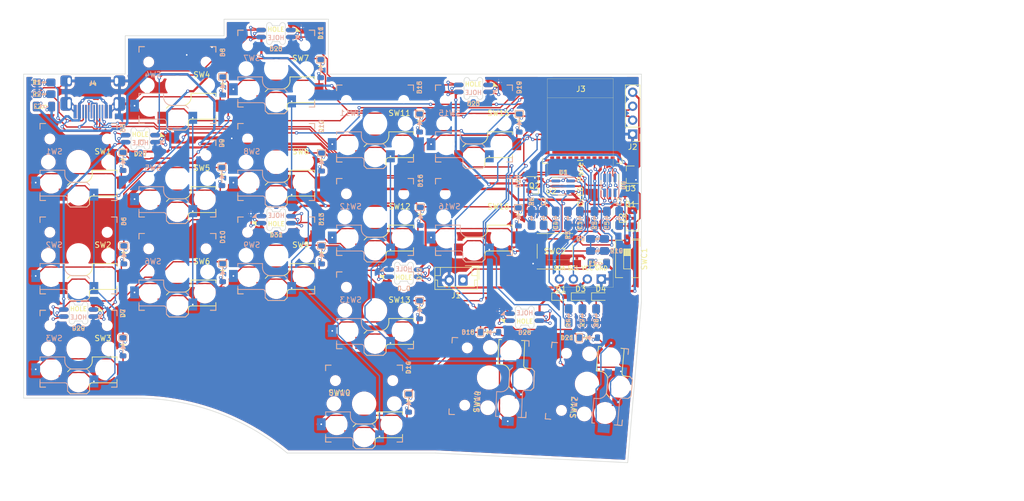
<source format=kicad_pcb>
(kicad_pcb (version 20210722) (generator pcbnew)
  (layers (0 "F.Cu" signal) (31 "B.Cu" signal) (34 "B.Paste" user) (35 "F.Paste" user) (36 "B.SilkS" user "B.Silkscreen") (37 "F.SilkS" user "F.Silkscreen") (38 "B.Mask" user) (39 "F.Mask" user) (44 "Edge.Cuts" user))
  (net 0 "")
  (net 1 "VBUS")
  (net 2 "VBAT")
  (net 3 "GND")
  (net 4 "Net-(C3-Pad1)")
  (net 5 "+3V3")
  (net 6 "VBAT_FUSED")
  (net 7 "+5V")
  (net 8 "SCL")
  (net 9 "SDA")
  (net 10 "SWDCLK")
  (net 11 "SWDIO")
  (net 12 "Net-(D1-Pad1)")
  (net 13 "Net-(D3-Pad1)")
  (net 14 "BVOLT")
  (net 15 "RESET")
  (net 16 "ROW3")
  (net 17 "ROW2")
  (net 18 "ROW1")
  (net 19 "ROW0")
  (net 20 "D-")
  (net 21 "D+")
  (net 22 "COL3")
  (net 23 "COL2")
  (net 24 "COL1")
  (net 25 "COL0")
  (net 26 "LED_1")
  (net 27 "Net-(R3-Pad1)")
  (net 28 "D_plus")
  (net 29 "D_minus")
  (net 30 "Net-(D4-Pad1)")
  (net 31 "LED_2")
  (net 32 "Net-(D18-Pad2)")
  (net 33 "Net-(D19-Pad2)")
  (net 34 "Net-(D5-Pad2)")
  (net 35 "Net-(D6-Pad2)")
  (net 36 "Net-(D7-Pad2)")
  (net 37 "Net-(D8-Pad2)")
  (net 38 "Net-(D9-Pad2)")
  (net 39 "Net-(D10-Pad2)")
  (net 40 "Net-(D11-Pad2)")
  (net 41 "Net-(D12-Pad2)")
  (net 42 "Net-(D13-Pad2)")
  (net 43 "Net-(D14-Pad2)")
  (net 44 "Net-(D15-Pad2)")
  (net 45 "Net-(D16-Pad2)")
  (net 46 "Net-(D17-Pad2)")
  (net 47 "COL4")
  (net 48 "Net-(D20-Pad2)")
  (net 49 "Net-(R4-Pad2)")
  (net 50 "Net-(D21-Pad2)")
  (net 51 "EXT_VCC")
  (net 52 "Net-(D23-Pad2)")
  (net 53 "LED_DATA")
  (net 54 "Net-(D25-Pad2)")
  (net 55 "Net-(D26-Pad4)")
  (net 56 "Net-(D27-Pad2)")
  (net 57 "Net-(D28-Pad4)")
  (net 58 "Net-(D29-Pad2)")
  (net 59 "Net-(D30-Pad4)")
  (net 60 "Net-(F1-Pad2)")
  (net 61 "ENABLE")
  (net 62 "Net-(J4-PadA5)")
  (net 63 "Net-(J4-PadB5)")
  (net 72 "COL5")
  (net 73 "BLUE_LED")
  (footprint "reversible-kicad-footprints:D_SOD-123_smaller" (layer "F.Cu") (at 79.6 32.5 -90)
    (fp_text reference "D11")
    (fp_text value "D")
  )
  (footprint "reversible-kicad-footprints:D_SOD-123_smaller" (layer "F.Cu") (at 115.75 42.4 -90)
    (fp_text reference "D19")
    (fp_text value "D")
  )
  (footprint "LED_SMD:LED_0603_1608Metric_Castellated" (layer "F.Cu") (at 123.35 74)
    (fp_text reference "D1")
    (fp_text value "Red")
  )
  (footprint "reversible-kicad-footprints:D_SOD-123_smaller" (layer "F.Cu") (at 115.6 59.5 -90)
    (fp_text reference "D20")
    (fp_text value "D")
  )
  (footprint "reversible-kicad-footprints:R-0805_2012Metric" (layer "F.Cu") (at 124.75 77.501 -90)
    (fp_text reference "R4")
    (fp_text value "1k")
  )
  (footprint "Package_TO_SOT_SMD:SOT-23" (layer "F.Cu") (at 136 55.5 180)
    (fp_text reference "Q1")
    (fp_text value "Q_PMOS_GSD")
  )
  (footprint "reversible-kicad-footprints:Fuse_1206_3216Metric" (layer "F.Cu") (at 130.25 68 180)
    (fp_text reference "F1")
    (fp_text value "0.75A")
  )
  (footprint "keyswitches:Kailh_socket_PG1350_reversible" (layer "F.Cu") (at 35.5 66.5)
    (fp_text reference "SW2")
    (fp_text value "SW_PUSH")
  )
  (footprint "reversible-kicad-footprints:SOT-23-6" (layer "F.Cu") (at 132.25 53.75 -90)
    (fp_text reference "U4")
    (fp_text value "USBLC6-2SC6")
  )
  (footprint "reversible-kicad-footprints:SK6812Mini-E" (layer "F.Cu") (at 71.5 60)
    (fp_text reference "D31")
    (fp_text value "WS2812B")
    (fp_line (start 1.7 1.5) (end 1.7 -1.5) (layer "Edge.Cuts") (width 0.1))
    (fp_line (start -0.65 1.45) (end 0.65 1.45) (layer "Edge.Cuts") (width 0.1))
    (fp_line (start -1.7 -1.5) (end -1.7 1.5) (layer "Edge.Cuts") (width 0.1))
    (fp_line (start -0.65 -1.45) (end 0.65 -1.45) (layer "Edge.Cuts") (width 0.1))
    (fp_arc (start -1.2 -1.5) (end -0.7 -1.5) (angle -180) (layer "Edge.Cuts") (width 0.1))
    (fp_arc (start 0.65 1.5) (end 0.7 1.5) (angle -90) (layer "Edge.Cuts") (width 0.1))
    (fp_arc (start 1.2 -1.5) (end 1.7 -1.5) (angle -180) (layer "Edge.Cuts") (width 0.1))
    (fp_arc (start 1.2 1.5) (end 0.7 1.5) (angle -180) (layer "Edge.Cuts") (width 0.1))
    (fp_arc (start -0.65 -1.5) (end -0.7 -1.5) (angle -90) (layer "Edge.Cuts") (width 0.1))
    (fp_arc (start -0.65 1.5) (end -0.65 1.45) (angle -90) (layer "Edge.Cuts") (width 0.1))
    (fp_arc (start 0.65 -1.5) (end 0.65 -1.45) (angle -90) (layer "Edge.Cuts") (width 0.1))
    (fp_arc (start -1.2 1.5) (end -1.7 1.5) (angle -180) (layer "Edge.Cuts") (width 0.1))
  )
  (footprint "reversible-kicad-footprints:D_SOD-123_smaller" (layer "F.Cu") (at 61.6 52.15 -90)
    (fp_text reference "D9")
    (fp_text value "D")
  )
  (footprint "reversible-kicad-footprints:R-0805_2012Metric" (layer "F.Cu") (at 129.75 77.499 -90)
    (fp_text reference "R8")
    (fp_text value "1k")
  )
  (footprint "keyswitches:Kailh_socket_PG1350_reversible_1.5U" (layer "F.Cu") (at 110.25 88.75 87.5)
    (fp_text reference "SW14")
    (fp_text value "SW_PUSH")
  )
  (footprint "Diode_SMD:D_1206_3216Metric" (layer "F.Cu") (at 136.35 59.749 90)
    (fp_text reference "D2")
    (fp_text value "D_Schottky")
  )
  (footprint "keyswitches:Kailh_socket_PG1350_reversible" (layer "F.Cu") (at 53.5 35.5)
    (fp_text reference "SW4")
    (fp_text value "SW_PUSH")
  )
  (footprint "keyswitches:Kailh_socket_PG1350_reversible_1.5U" (layer "F.Cu") (at 128.075 89.9 85)
    (fp_text reference "SW17")
    (fp_text value "SW_PUSH")
  )
  (footprint "reversible-kicad-footprints:C-0805_2012Metric" (layer "F.Cu") (at 126.8 59.749 -90)
    (fp_text reference "C1")
    (fp_text value "4.7uF")
  )
  (footprint "reversible-kicad-footprints:SK6812Mini-E" (layer "F.Cu") (at 94.75 69.75)
    (fp_text reference "D30")
    (fp_text value "WS2812B")
    (fp_line (start -0.65 1.45) (end 0.65 1.45) (layer "Edge.Cuts") (width 0.1))
    (fp_line (start 1.7 1.5) (end 1.7 -1.5) (layer "Edge.Cuts") (width 0.1))
    (fp_line (start -1.7 -1.5) (end -1.7 1.5) (layer "Edge.Cuts") (width 0.1))
    (fp_line (start -0.65 -1.45) (end 0.65 -1.45) (layer "Edge.Cuts") (width 0.1))
    (fp_arc (start -0.65 1.5) (end -0.65 1.45) (angle -90) (layer "Edge.Cuts") (width 0.1))
    (fp_arc (start 0.65 -1.5) (end 0.65 -1.45) (angle -90) (layer "Edge.Cuts") (width 0.1))
    (fp_arc (start -1.2 1.5) (end -1.7 1.5) (angle -180) (layer "Edge.Cuts") (width 0.1))
    (fp_arc (start -1.2 -1.5) (end -0.7 -1.5) (angle -180) (layer "Edge.Cuts") (width 0.1))
    (fp_arc (start 0.65 1.5) (end 0.7 1.5) (angle -90) (layer "Edge.Cuts") (width 0.1))
    (fp_arc (start -0.65 -1.5) (end -0.7 -1.5) (angle -90) (layer "Edge.Cuts") (width 0.1))
    (fp_arc (start 1.2 -1.5) (end 1.7 -1.5) (angle -180) (layer "Edge.Cuts") (width 0.1))
    (fp_arc (start 1.2 1.5) (end 0.7 1.5) (angle -180) (layer "Edge.Cuts") (width 0.1))
  )
  (footprint "reversible-kicad-footprints:D_SOD-123_smaller" (layer "F.Cu") (at 97.6 42.4 -90)
    (fp_text reference "D15")
    (fp_text value "D")
  )
  (footprint "keyswitches:Kailh_socket_PG1350_reversible" (layer "F.Cu") (at 71.5 32.5)
    (fp_text reference "SW7")
    (fp_text value "SW_PUSH")
  )
  (footprint "keyswitches:Kailh_socket_PG1350_reversible" (layer "F.Cu") (at 71.5 49.5)
    (fp_text reference "SW8")
    (fp_text value "SW_PUSH")
  )
  (footprint "reversible-kicad-footprints:D_SOD-123_smaller" (layer "F.Cu") (at 95.6 93.4 -90)
    (fp_text reference "D14")
    (fp_text value "D")
  )
  (footprint "reversible-kicad-footprints:D_SOD-123_smaller" (layer "F.Cu") (at 128.35 81.5)
    (fp_text reference "D21")
    (fp_text value "D")
  )
  (footprint "keyswitches:Kailh_socket_PG1350_reversible" (layer "F.Cu") (at 89.5 59.5)
    (fp_text reference "SW12")
    (fp_text value "SW_PUSH")
  )
  (footprint "reversible-kicad-footprints:R-0805_2012Metric" (layer "F.Cu") (at 130 63.5 180)
    (fp_text reference "R9")
    (fp_text value "806k")
  )
  (footprint "Keyboard_parts:nRF52840_holyiot_18010_HS_simple" (layer "F.Cu") (at 127.25 40.25)
    (fp_text reference "U2")
    (fp_text value "nRF52840_holyiot_18010")
  )
  (footprint "reversible-kicad-footprints:R-0805_2012Metric" (layer "F.Cu") (at 124.6 59.749 -90)
    (fp_text reference "R3")
    (fp_text value "10k")
  )
  (footprint "keyswitches:Kailh_socket_PG1350_reversible" (layer "F.Cu") (at 89.5 76.5)
    (fp_text reference "SW13")
    (fp_text value "SW_PUSH")
  )
  (footprint "reversible-kicad-footprints:D_SOD-123_smaller" (layer "F.Cu") (at 110.35 80.5)
    (fp_text reference "D18")
    (fp_text value "D")
  )
  (footprint "reversible-kicad-footprints:D_SOD-123_smaller" (layer "F.Cu") (at 43.6 83.15 -90)
    (fp_text reference "D7")
    (fp_text value "D")
  )
  (footprint "Connector_JST:JST_EH_B2B-EH-A_1x02_P2.50mm_Vertical" (layer "F.Cu") (at 105.5 71 180)
    (fp_text reference "J1")
    (fp_text value "BATT")
  )
  (footprint "reversible-kicad-footprints:R-0805_2012Metric" (layer "F.Cu") (at 130 65.7)
    (fp_text reference "R10")
    (fp_text value "2M")
  )
  (footprint "Button_Switch_SMD:SW_DIP_SPSTx01_Slide_6.7x4.1mm_W6.73mm_P2.54mm_LowProfile_JPin" (layer "F.Cu") (at 135.4 67.15 -90)
    (fp_text reference "SWC1")
    (fp_text value "SW_DIP_x01")
  )
  (footprint "reversible-kicad-footprints:D_SOD-123_smaller" (layer "F.Cu") (at 61.75 35.65 -90)
    (fp_text reference "D8")
    (fp_text value "D")
  )
  (footprint "reversible-kicad-footprints:R-0805_2012Metric" (layer "F.Cu") (at 127.25 77.499 -90)
    (fp_text reference "R7")
    (fp_text value "1k")
  )
  (footprint "reversible-kicad-footprints:Fuse_1206_3216Metric" (layer "F.Cu") (at 29.2 39.4 180)
    (fp_text reference "F2")
    (fp_text value "1.5A")
  )
  (footprint "keyswitches:Kailh_socket_PG1350_reversible" (layer "F.Cu") (at 35.5 83.5)
    (fp_text reference "SW3")
    (fp_text value "SW_PUSH")
  )
  (footprint "keyswitches:Kailh_socket_PG1350_reversible_1.5U" (layer "F.Cu") (at 87.5 93.5)
    (fp_text reference "SW10")
    (fp_text value "SW_PUSH")
  )
  (footprint "reversible-kicad-footprints:D_SOD-123_smaller" (layer "F.Cu") (at 61.75 69.65 -90)
    (fp_text reference "D10")
    (fp_text value "D")
  )
  (footprint "reversible-kicad-footprints:R-0805_2012Metric" (layer "F.Cu") (at 29.2 35 180)
    (fp_text reference "R1")
    (fp_text value "5.1k")
  )
  (footprint "keyswitches:Kailh_socket_PG1350_reversible" (layer "F.Cu") (at 53.5 69.5)
    (fp_text reference "SW6")
    (fp_text value "SW_PUSH")
  )
  (footprint "keyswitches:Kailh_socket_PG1350_reversible" (layer "F.Cu") (at 53.5 52.5)
    (fp_text reference "SW5")
    (fp_text value "SW_PUSH")
  )
  (footprint "reversible-kicad-footprints:D_SOD-123_smaller" (layer "F.Cu") (at 97.6 76.401 -90)
    (fp_text reference "D17")
    (fp_text value "D")
  )
  (footprint "reversible-kicad-footprints:R-0805_2012Metric" (layer "F.Cu") (at 29.2 37.15 180)
    (fp_text reference "R2")
    (fp_text value "5.1k")
  )
  (footprint "Button_Switch_SMD:SW_Push_1P1T_NO_6x6mm_H9.5mm" (layer "F.Cu") (at 122.25 65.75)
    (fp_text reference "SWC2")
    (fp_text value "SW_PUSH")
  )
  (footprint "keyswitches:Kailh_socket_PG1350_reversible" (layer "F.Cu") (at 89.5 42.5)
    (fp_text reference "SW11")
    (fp_text value "SW_PUSH")
  )
  (footprint "keyswitches:Kailh_socket_PG1350_reversible" (layer "F.Cu") (at 107.5 59.5)
    (fp_text reference "SW16")
    (fp_text value "SW_PUSH")
  )
  (footprint "reversible-kicad-footprints:C-0805_2012Metric" (layer "F.Cu") (at 131.7 59.75 -90)
    (fp_text reference "C5")
    (fp_text value "1uF")
  )
  (footprint "reversible-kicad-footprints:D_SOD-123_smaller" (layer "F.Cu") (at 43.6 49.401 -90)
    (fp_text reference "D5")
    (fp_text value "D")
  )
  (footprint "reversible-kicad-footprints:D_SOD-123_smaller" (layer "F.Cu") (at 79.75 66.4 -90)
    (fp_text reference "D13")
    (fp_text value "D")
  )
  (footprint "OLED_SSD:SSD1306-0.91-OLED-4pin-128x32" (layer "F.Cu") (at 132.885 34.315 -90)
    (fp_text reference "J3")
    (fp_text value "OLED")
  )
  (footprint "reversible-kicad-footprints:R-0805_2012Metric" (layer "F.Cu") (at 129.45 59.75 -90)
    (fp_text reference "R5")
    (fp_text value "100k")
  )
  (footprint "LED_SMD:LED_0603_1608Metric_Castellated" (layer "F.Cu") (at 126.9125 74)
    (fp_text reference "D3")
    (fp_text value "LED")
  )
  (footprint "LED_SMD:LED_0603_1608Metric_Castellated" (layer "F.Cu") (at 130.6 74)
    (fp_text reference "D4")
    (fp_text value "LED")
  )
  (footprint "reversible-kicad-footprints:D_SOD-123_smaller" (layer "F.Cu") (at 43.75 66.4 -90)
    (fp_text reference "D6")
    (fp_text value "D")
  )
  (footprint "reversible-kicad-footprints:D_SOD-123_smaller" (layer "F.Cu") (at 79.75 49.5 -90)
    (fp_text reference "D12")
    (fp_text value "D")
  )
  (footprint "reversible-kicad-footprints:C-0805_2012Metric" (layer "F.Cu") (at 133.95 59.749 90)
    (fp_text reference "C3")
    (fp_text value "1uF")
  )
  (footprint "keyswitches:Kailh_socket_PG1350_reversible" (layer "F.Cu") (at 107.5 42.5)
    (fp_text reference "SW15")
    (fp_text value "SW_PUSH")
  )
  (footprint "Package_TO_SOT_SMD:SOT-23" (layer "F.Cu") (at 136 51.8 180)
    (fp_text reference "U3")
    (fp_text value "XC6206PxxxMR")
  )
  (footprint "reversible-kicad-footprints:SOT-23-5" (layer "F.Cu") (at 123.75 53.9)
    (fp_text reference "U1")
    (fp_text value "MCP73831-2-OT")
  )
  (footprint "reversible-kicad-footprints:HRO-TYPE-C-31-M-12-HandSoldering-NoSBU" (layer "F.Cu") (at 38.1 36.13 180)
    (fp_text reference "J4")
    (fp_text value "USB_C_Receptacle_USB2.0")
  )
  (footprint "keyswitches:Kailh_socket_PG1350_reversible" (layer "F.Cu") (at 35.5 49.5)
    (fp_text reference "SW1")
    (fp_text value "SW_PUSH")
  )
  (footprint "Connector_PinHeader_2.54mm:PinHeader_1x04_P2.54mm_Vertical" (layer "F.Cu") (at 136.4 44.42 180)
    (fp_text reference "J2")
    (fp_text value "PROG")
  )
  (footprint "reversible-kicad-footprints:SK6812Mini-E" (layer "F.Cu") (at 116.75 77.75)
    (fp_text reference "D28")
    (fp_text value "WS2812B")
    (fp_line (start 1.7 1.5) (end 1.7 -1.5) (layer "Edge.Cuts") (width 0.1))
    (fp_line (start -0.65 1.45) (end 0.65 1.45) (layer "Edge.Cuts") (width 0.1))
    (fp_line (start -0.65 -1.45) (end 0.65 -1.45) (layer "Edge.Cuts") (width 0.1))
    (fp_line (start -1.7 -1.5) (end -1.7 1.5) (layer "Edge.Cuts") (width 0.1))
    (fp_arc (start -0.65 -1.5) (end -0.7 -1.5) (angle -90) (layer "Edge.Cuts") (width 0.1))
    (fp_arc (start -1.2 1.5) (end -1.7 1.5) (angle -180) (layer "Edge.Cuts") (width 0.1))
    (fp_arc (start 1.2 1.5) (end 0.7 1.5) (angle -180) (layer "Edge.Cuts") (width 0.1))
    (fp_arc (start -1.2 -1.5) (end -0.7 -1.5) (angle -180) (layer "Edge.Cuts") (width 0.1))
    (fp_arc (start 1.2 -1.5) (end 1.7 -1.5) (angle -180) (layer "Edge.Cuts") (width 0.1))
    (fp_arc (start 0.65 -1.5) (end 0.65 -1.45) (angle -90) (layer "Edge.Cuts") (width 0.1))
    (fp_arc (start 0.65 1.5) (end 0.7 1.5) (angle -90) (layer "Edge.Cuts") (width 0.1))
    (fp_arc (start -0.65 1.5) (end -0.65 1.45) (angle -90) (layer "Edge.Cuts") (width 0.1))
  )
  (footprint "Package_TO_SOT_SMD:SOT-23" (layer "F.Cu") (at 118.5 53.75)
    (fp_text reference "Q2")
    (fp_text value "Q_PMOS_GSD")
  )
  (footprint "reversible-kicad-footprints:D_SOD-123_smaller" (layer "F.Cu") (at 97.75 59.4 -90)
    (fp_text reference "D16")
    (fp_text value "D")
  )
  (footprint "reversible-kicad-footprints:C-0805_2012Metric" (layer "F.Cu") (at 122.4 59.749 -90)
    (fp_text reference "C4")
    (fp_text value "1uF")
  )
  (footprint "reversible-kicad-footprints:R-0805_2012Metric" (layer "F.Cu") (at 118 59.749 90)
    (fp_text reference "R6")
    (fp_text value "2M")
  )
  (footprint "reversible-kicad-footprints:C-0805_2012Metric" (layer "F.Cu") (at 120.2 59.749 90)
    (fp_text reference "C2")
    (fp_text value "4.7uF")
  )
  (footprint "reversible-kicad-footprints:SK6812Mini-E" (layer "B.Cu") (at 35.5 77 180)
    (fp_text reference "D29")
    (fp_text value "WS2812B")
    (fp_line (start -0.65 1.45) (end 0.65 1.45) (layer "Edge.Cuts") (width 0.1))
    (fp_line (start -1.7 1.5) (end -1.7 -1.5) (layer "Edge.Cuts") (width 0.1))
    (fp_line (start -0.65 -1.45) (end 0.65 -1.45) (layer "Edge.Cuts") (width 0.1))
    (fp_line (start 1.7 -1.5) (end 1.7 1.5) (layer "Edge.Cuts") (width 0.1))
    (fp_arc (start -0.65 1.5) (end -0.7 1.5) (angle 90) (layer "Edge.Cuts") (width 0.1))
    (fp_arc (start -1.2 1.5) (end -0.7 1.5) (angle 180) (layer "Edge.Cuts") (width 0.1))
    (fp_arc (start 0.65 -1.5) (end 0.7 -1.5) (angle 90) (layer "Edge.Cuts") (width 0.1))
    (fp_arc (start -0.65 -1.5) (end -0.65 -1.45) (angle 90) (layer "Edge.Cuts") (width 0.1))
    (fp_arc (start 1.2 1.5) (end 1.7 1.5) (angle 180) (layer "Edge.Cuts") (width 0.1))
    (fp_arc (start 0.65 1.5) (end 0.65 1.45) (angle 90) (layer "Edge.Cuts") (width 0.1))
    (fp_arc (start -1.2 -1.5) (end -1.7 -1.5) (angle 180) (layer "Edge.Cuts") (width 0.1))
    (fp_arc (start 1.2 -1.5) (end 0.7 -1.5) (angle 180) (layer "Edge.Cuts") (width 0.1))
  )
  (footprint "reversible-kicad-footprints:SK6812Mini-E" (layer "B.Cu") (at 107.4 36.1 180)
    (fp_text reference "D23")
    (fp_text value "WS2812B")
    (fp_line (start -1.7 1.5) (end -1.7 -1.5) (layer "Edge.Cuts") (width 0.1))
    (fp_line (start 1.7 -1.5) (end 1.7 1.5) (layer "Edge.Cuts") (width 0.1))
    (fp_line (start -0.65 1.45) (end 0.65 1.45) (layer "Edge.Cuts") (width 0.1))
    (fp_line (start -0.65 -1.45) (end 0.65 -1.45) (layer "Edge.Cuts") (width 0.1))
    (fp_arc (start -0.65 -1.5) (end -0.65 -1.45) (angle 90) (layer "Edge.Cuts") (width 0.1))
    (fp_arc (start -1.2 -1.5) (end -1.7 -1.5) (angle 180) (layer "Edge.Cuts") (width 0.1))
    (fp_arc (start 0.65 1.5) (end 0.65 1.45) (angle 90) (layer "Edge.Cuts") (width 0.1))
    (fp_arc (start -0.65 1.5) (end -0.7 1.5) (angle 90) (layer "Edge.Cuts") (width 0.1))
    (fp_arc (start -1.2 1.5) (end -0.7 1.5) (angle 180) (layer "Edge.Cuts") (width 0.1))
    (fp_arc (start 1.2 -1.5) (end 0.7 -1.5) (angle 180) (layer "Edge.Cuts") (width 0.1))
    (fp_arc (start 0.65 -1.5) (end 0.7 -1.5) (angle 90) (layer "Edge.Cuts") (width 0.1))
    (fp_arc (start 1.2 1.5) (end 1.7 1.5) (angle 180) (layer "Edge.Cuts") (width 0.1))
  )
  (footprint "reversible-kicad-footprints:SK6812Mini-E" (layer "B.Cu") (at 46.75 45.25 180)
    (fp_text reference "D27")
    (fp_text value "WS2812B")
    (fp_line (start 1.7 -1.5) (end 1.7 1.5) (layer "Edge.Cuts") (width 0.1))
    (fp_line (start -0.65 -1.45) (end 0.65 -1.45) (layer "Edge.Cuts") (width 0.1))
    (fp_line (start -1.7 1.5) (end -1.7 -1.5) (layer "Edge.Cuts") (width 0.1))
    (fp_line (start -0.65 1.45) (end 0.65 1.45) (layer "Edge.Cuts") (width 0.1))
    (fp_arc (start -1.2 1.5) (end -0.7 1.5) (angle 180) (layer "Edge.Cuts") (width 0.1))
    (fp_arc (start 0.65 1.5) (end 0.65 1.45) (angle 90) (layer "Edge.Cuts") (width 0.1))
    (fp_arc (start 1.2 -1.5) (end 0.7 -1.5) (angle 180) (layer "Edge.Cuts") (width 0.1))
    (fp_arc (start 1.2 1.5) (end 1.7 1.5) (angle 180) (layer "Edge.Cuts") (width 0.1))
    (fp_arc (start 0.65 -1.5) (end 0.7 -1.5) (angle 90) (layer "Edge.Cuts") (width 0.1))
    (fp_arc (start -0.65 -1.5) (end -0.65 -1.45) (angle 90) (layer "Edge.Cuts") (width 0.1))
    (fp_arc (start -1.2 -1.5) (end -1.7 -1.5) (angle 180) (layer "Edge.Cuts") (width 0.1))
    (fp_arc (start -0.65 1.5) (end -0.7 1.5) (angle 90) (layer "Edge.Cuts") (width 0.1))
  )
  (footprint "keyswitches:Kailh_socket_PG1350_reversible" (layer "B.Cu") (at 71.5 66.5 180)
    (fp_text reference "SW9")
    (fp_text value "SW_PUSH")
  )
  (footprint "reversible-kicad-footprints:SK6812Mini-E" (layer "B.Cu") (at 71.45 26.11 180)
    (fp_text reference "D25")
    (fp_text value "WS2812B")
    (fp_line (start -1.7 1.5) (end -1.7 -1.5) (layer "Edge.Cuts") (width 0.1))
    (fp_line (start 1.7 -1.5) (end 1.7 1.5) (layer "Edge.Cuts") (width 0.1))
    (fp_line (start -0.65 -1.45) (end 0.65 -1.45) (layer "Edge.Cuts") (width 0.1))
    (fp_line (start -0.65 1.45) (end 0.65 1.45) (layer "Edge.Cuts") (width 0.1))
    (fp_arc (start 0.65 1.5) (end 0.65 1.45) (angle 90) (layer "Edge.Cuts") (width 0.1))
    (fp_arc (start -1.2 1.5) (end -0.7 1.5) (angle 180) (layer "Edge.Cuts") (width 0.1))
    (fp_arc (start -0.65 -1.5) (end -0.65 -1.45) (angle 90) (layer "Edge.Cuts") (width 0.1))
    (fp_arc (start 1.2 -1.5) (end 0.7 -1.5) (angle 180) (layer "Edge.Cuts") (width 0.1))
    (fp_arc (start -0.65 1.5) (end -0.7 1.5) (angle 90) (layer "Edge.Cuts") (width 0.1))
    (fp_arc (start 0.65 -1.5) (end 0.7 -1.5) (angle 90) (layer "Edge.Cuts") (width 0.1))
    (fp_arc (start 1.2 1.5) (end 1.7 1.5) (angle 180) (layer "Edge.Cuts") (width 0.1))
    (fp_arc (start -1.2 -1.5) (end -1.7 -1.5) (angle 180) (layer "Edge.Cuts") (width 0.1))
  )
  (gr_line (start 73.5 102.5) (end 100.5 102.5) (layer "Edge.Cuts") (width 0.1))
  (gr_line (start 25.5 92.5) (end 46 92.5) (layer "Edge.Cuts") (width 0.1))
  (gr_line (start 81 33.5) (end 138 33.5) (layer "Edge.Cuts") (width 0.1))
  (gr_line (start 81 23.5) (end 81 33.5) (layer "Edge.Cuts") (width 0.1))
  (gr_line (start 44 26.5) (end 62 26.5) (layer "Edge.Cuts") (width 0.1))
  (gr_line (start 25.5 33.5) (end 44 33.5) (layer "Edge.Cuts") (width 0.1))
  (gr_line (start 100.5 102.5) (end 135.5 104.25) (layer "Edge.Cuts") (width 0.1))
  (gr_line (start 138 75) (end 138 33.5) (layer "Edge.Cuts") (width 0.1))
  (gr_line (start 44 33.5) (end 44 26.5) (layer "Edge.Cuts") (width 0.1))
  (gr_line (start 62 23.5) (end 81 23.5) (layer "Edge.Cuts") (width 0.1))
  (gr_line (start 138 75) (end 135.5 104.25) (layer "Edge.Cuts") (width 0.1))
  (gr_line (start 25.5 92.5) (end 25.5 33.5) (layer "Edge.Cuts") (width 0.1))
  (gr_arc (start 45.962703 135.415066) (end 46 92.5) (angle 39.86662348) (layer "Edge.Cuts") (width 0.1))
  (gr_line (start 62 26.5) (end 62 23.5) (layer "Edge.Cuts") (width 0.1))
  (segment (start 40.55 40.325) (end 40.55 38.900978) (width 0.45) (layer "F.Cu") (net 1))
  (segment (start 35.65 38.900978) (end 36.225009 38.325969) (width 0.45) (layer "F.Cu") (net 1))
  (segment (start 35.65 40.325) (end 35.65 38.900978) (width 0.45) (layer "F.Cu") (net 1))
  (segment (start 40.55 38.900978) (end 39.974991 38.325969) (width 0.45) (layer "F.Cu") (net 1))
  (via (at 36.225009 38.325969) (size 0.6) (drill 0.3) (layers "F.Cu" "B.Cu") (net 1))
  (via (at 39.974991 38.325969) (size 0.6) (drill 0.3) (layers "F.Cu" "B.Cu") (net 1))
  (segment (start 35.534511 41.924511) (end 34.378415 41.924511) (width 0.45) (layer "B.Cu") (net 1))
  (segment (start 40.55 40.325) (end 40.55 38.900978) (width 0.45) (layer "B.Cu") (net 1))
  (segment (start 33.653904 41.2) (end 33.2 41.2) (width 0.45) (layer "B.Cu") (net 1))
  (segment (start 34.378415 41.924511) (end 33.653904 41.2) (width 0.45) (layer "B.Cu") (net 1))
  (segment (start 39.974991 38.325969) (end 39.449022 37.8) (width 0.45) (layer "B.Cu") (net 1))
  (segment (start 32.15 42.25) (end 31.546096 42.25) (width 0.45) (layer "B.Cu") (net 1))
  (segment (start 36.750978 37.8) (end 36.225009 38.325969) (width 0.45) (layer "B.Cu") (net 1))
  (segment (start 36.225009 38.325969) (end 35.65 38.900978) (width 0.45) (layer "B.Cu") (net 1))
  (segment (start 35.65 41.809022) (end 35.65 40.325) (width 0.45) (layer "B.Cu") (net 1))
  (segment (start 30.6 39.4) (end 30.6 41.303904) (width 0.45) (layer "B.Cu") (net 1))
  (segment (start 35.65 38.900978) (end 35.65 40.325) (width 0.45) (layer "B.Cu") (net 1))
  (segment (start 33.2 41.2) (end 32.15 42.25) (width 0.45) (layer "B.Cu") (net 1))
  (segment (start 30.6 41.303904) (end 31.546096 42.25) (width 0.45) (layer "B.Cu") (net 1))
  (segment (start 40.55 38.900978) (end 39.974991 38.325969) (width 0.45) (layer "B.Cu") (net 1))
  (segment (start 35.65 41.809022) (end 35.534511 41.924511) (width 0.45) (layer "B.Cu") (net 1))
  (segment (start 39.449022 37.8) (end 36.750978 37.8) (width 0.45) (layer "B.Cu") (net 1))
  (segment (start 134.165 70.515) (end 131.65 68) (width 0.45) (layer "F.Cu") (net 2))
  (segment (start 135.4 70.515) (end 134.165 70.515) (width 0.45) (layer "F.Cu") (net 2))
  (segment (start 41.535 40.325) (end 42.95 38.91) (width 0.25) (layer "F.Cu") (net 3))
  (segment (start 133.95 58.498) (end 134.698 58.498) (width 0.25) (layer "F.Cu") (net 3))
  (segment (start 32.00548 35.97452) (end 29.12448 35.97452) (width 0.25) (layer "F.Cu") (net 3))
  (segment (start 121.049022 53.9) (end 119.549022 52.4) (width 0.25) (layer "F.Cu") (net 3))
  (segment (start 41.325 40.325) (end 41.535 40.325) (width 0.25) (layer "F.Cu") (net 3))
  (segment (start 131.7 60.601) (end 131.952105 60.601) (width 0.25) (layer "F.Cu") (net 3))
  (segment (start 122.4 53.9) (end 121.049022 53.9) (width 0.25) (layer "F.Cu") (net 3))
  (segment (start 120.2 58.8) (end 120.2 58.498) (width 0.25) (layer "F.Cu") (net 3))
  (segment (start 124.6 61) (end 126.8 61) (width 0.25) (layer "F.Cu") (net 3))
  (segment (start 131.952105 60.601) (end 133.95 58.603105) (width 0.25) (layer "F.Cu") (net 3))
  (segment (start 34.875 40.325) (end 34.665 40.325) (width 0.25) (layer "F.Cu") (net 3))
  (segment (start 134.698 58.498) (end 136 59.8) (width 0.25) (layer "F.Cu") (net 3))
  (segment (start 122.4 61) (end 120.2 58.8) (width 0.25) (layer "F.Cu") (net 3))
  (segment (start 29.12448 35.97452) (end 27.949 37.15) (width 0.25) (layer "F.Cu") (net 3))
  (segment (start 33.25 34.73) (end 32.00548 35.97452) (width 0.25) (layer "F.Cu") (net 3))
  (segment (start 133.95 58.603105) (end 133.95 58.498) (width 0.25) (layer "F.Cu") (net 3))
  (segment (start 34.665 40.325) (end 33.25 38.91) (width 0.25) (layer "F.Cu") (net 3))
  (segment (start 119.549022 52.4) (end 118.6 52.4) (width 0.25) (layer "F.Cu") (net 3))
  (via (at 136 59.8) (size 0.6) (drill 0.3) (layers "F.Cu" "B.Cu") (net 3))
  (via (at 118.6 52.4) (size 0.6) (drill 0.3) (layers "F.Cu" "B.Cu") (net 3))
  (via (at 122.2 67.6) (size 0.6) (drill 0.3) (layers "F.Cu" "B.Cu") (net 3))
  (via (at 137 52.75) (size 0.6) (drill 0.3) (layers "F.Cu" "B.Cu") (net 3))
  (via (at 118.275 68) (size 0.6) (drill 0.3) (layers "F.Cu" "B.Cu") (net 3))
  (via (at 63.4 45.2) (size 0.6) (drill 0.3) (layers "F.Cu" "B.Cu") (net 3))
  (via (at 55.2 30) (size 0.6) (drill 0.3) (layers "F.Cu" "B.Cu") (net 3))
  (via (at 59.8 28.6) (size 0.6) (drill 0.3) (layers "F.Cu" "B.Cu") (net 3))
  (via (at 119.2 57.4) (size 0.6) (drill 0.3) (layers "F.Cu" "B.Cu") (net 3))
  (segment (start 124.6 61) (end 124.6 64.368806) (width 0.25) (layer "B.Cu") (net 3))
  (segment (start 122.4 61) (end 118.275 65.125) (width 0.25) (layer "B.Cu") (net 3))
  (segment (start 124.6 64.368806) (end 122.2 66.768806) (width 0.25) (layer "B.Cu") (net 3))
  (segment (start 133 50.2) (end 134.45 50.2) (width 0.25) (layer "B.Cu") (net 3))
  (segment (start 119.187518 57.4) (end 117.4 55.612482) (width 0.25) (layer "B.Cu") (net 3))
  (segment (start 42.95 38.91) (end 42.95 34.73) (width 0.25) (layer "B.Cu") (net 3))
  (segment (start 27.949 37.15) (end 27.949 35) (width 0.25) (layer "B.Cu") (net 3))
  (segment (start 34.875 40.325) (end 34.665 40.325) (width 0.25) (layer "B.Cu") (net 3))
  (segment (start 41.325 40.325) (end 41.535 40.325) (width 0.25) (layer "B.Cu") (net 3))
  (segment (start 118.275 65.125) (end 118.275 68) (width 0.25) (layer "B.Cu") (net 3))
  (segment (start 122.2 66.768806) (end 122.2 67.6) (width 0.25) (layer "B.Cu") (net 3))
  (segment (start 117.4 55.612482) (end 117.4 53.6) (width 0.25) (layer "B.Cu") (net 3))
  (segment (start 34.665 40.325) (end 33.25 38.91) (width 0.25) (layer "B.Cu") (net 3))
  (segment (start 132.25 50.95) (end 133 50.2) (width 0.25) (layer "B.Cu") (net 3))
  (segment (start 134.45 50.2) (end 137 52.75) (width 0.25) (layer "B.Cu") (net 3))
  (segment (start 41.535 40.325) (end 42.95 38.91) (width 0.25) (layer "B.Cu") (net 3))
  (segment (start 117.4 53.6) (end 118.6 52.4) (width 0.25) (layer "B.Cu") (net 3))
  (segment (start 33.25 38.91) (end 33.25 34.73) (width 0.25) (layer "B.Cu") (net 3))
  (segment (start 119.2 57.4) (end 119.187518 57.4) (width 0.25) (layer "B.Cu") (net 3))
  (segment (start 134.099 61.149) (end 133.95 61) (width 0.25) (layer "F.Cu") (net 4))
  (segment (start 137.724511 55.274511) (end 137.724511 59.774489) (width 0.25) (layer "F.Cu") (net 4))
  (segment (start 135 51.8) (end 135 52.55) (width 0.25) (layer "F.Cu") (net 4))
  (segment (start 137.724511 59.774489) (end 136.35 61.149) (width 0.25) (layer "F.Cu") (net 4))
  (segment (start 137 54.55) (end 137.724511 55.274511) (width 0.25) (layer "F.Cu") (net 4))
  (segment (start 135 52.55) (end 137 54.55) (width 0.25) (layer "F.Cu") (net 4))
  (segment (start 136.35 61.149) (end 134.099 61.149) (width 0.25) (layer "F.Cu") (net 4))
  (segment (start 121.7 49.2) (end 121.75 49.25) (width 0.4) (layer "F.Cu") (net 5))
  (segment (start 137.599511 37.999511) (end 137.599511 50.250489) (width 0.4) (layer "F.Cu") (net 5))
  (segment (start 137.599511 50.250489) (end 137 50.85) (width 0.4) (layer "F.Cu") (net 5))
  (segment (start 117.5 54.7) (end 117.5 54.9) (width 0.4) (layer "F.Cu") (net 5))
  (segment (start 136.4 36.8) (end 137.599511 37.999511) (width 0.4) (layer "F.Cu") (net 5))
  (segment (start 122.4 58.498) (end 122.4 58.148) (width 0.4) (layer "F.Cu") (net 5))
  (segment (start 117.5 54.9) (end 118 55.4) (width 0.4) (layer "F.Cu") (net 5))
  (segment (start 120.2 49.2) (end 121.7 49.2) (width 0.4) (layer "F.Cu") (net 5))
  (segment (start 137 50.85) (end 136.1 50.85) (width 0.4) (layer "F.Cu") (net 5))
  (segment (start 136.1 50.85) (end 134.75 49.5) (width 0.4) (layer "F.Cu") (net 5))
  (via (at 120.2 49.2) (size 0.6) (drill 0.3) (layers "F.Cu" "B.Cu") (net 5))
  (via (at 118 55.4) (size 0.6) (drill 0.3) (layers "F.Cu" "B.Cu") (net 5))
  (via (at 134.75 49.5) (size 0.6) (drill 0.3) (layers "F.Cu" "B.Cu") (net 5))
  (segment (start 119.751 49.649) (end 120.2 49.2) (width 0.4) (layer "B.Cu") (net 5))
  (segment (start 133.45 48.2) (end 121.2 48.2) (width 0.4) (layer "B.Cu") (net 5))
  (segment (start 119.751 55.849) (end 120.049 55.849) (width 0.4) (layer "B.Cu") (net 5))
  (segment (start 121.2 48.2) (end 120.2 49.2) (width 0.4) (layer "B.Cu") (net 5))
  (segment (start 134.75 49.5) (end 133.45 48.2) (width 0.4) (layer "B.Cu") (net 5))
  (segment (start 119.302 55.4) (end 119.751 55.849) (width 0.4) (layer "B.Cu") (net 5))
  (segment (start 120.049 55.849) (end 122.4 58.2) (width 0.4) (layer "B.Cu") (net 5))
  (segment (start 118 55.4) (end 119.302 55.4) (width 0.4) (layer "B.Cu") (net 5))
  (segment (start 122.4 58.2) (end 122.4 58.498) (width 0.4) (layer "B.Cu") (net 5))
  (segment (start 119.751 55.849) (end 119.751 49.649) (width 0.4) (layer "B.Cu") (net 5))
  (segment (start 123.52602 57.32348) (end 123.52602 62.12602) (width 0.25) (layer "F.Cu") (net 6))
  (segment (start 135 55.5) (end 135 56.5) (width 0.25) (layer "F.Cu") (net 6))
  (segment (start 131.536 63.785) (end 131.251 63.5) (width 0.25) (layer "F.Cu") (net 6))
  (segment (start 129.87702 62.12602) (end 131.251 63.5) (width 0.25) (layer "F.Cu") (net 6))
  (segment (start 123.52602 62.12602) (end 129.87702 62.12602) (width 0.25) (layer "F.Cu") (net 6))
  (segment (start 121.32602 62.12602) (end 123.52602 62.12602) (width 0.25) (layer "F.Cu") (net 6))
  (segment (start 120.2 61) (end 121.32602 62.12602) (width 0.25) (layer "F.Cu") (net 6))
  (segment (start 123.8 57.0495) (end 123.52602 57.32348) (width 0.25) (layer "F.Cu") (net 6))
  (segment (start 135.4 63.785) (end 131.536 63.785) (width 0.25) (layer "F.Cu") (net 6))
  (via (at 123.8 57.0495) (size 0.6) (drill 0.3) (layers "F.Cu" "B.Cu") (net 6))
  (via (at 135.4 63.785) (size 0.6) (drill 0.3) (layers "F.Cu" "B.Cu") (net 6))
  (via (at 135 56.5) (size 0.6) (drill 0.3) (layers "F.Cu" "B.Cu") (net 6))
  (segment (start 125.1 54.85) (end 124.664188 54.85) (width 0.25) (layer "B.Cu") (net 6))
  (segment (start 135 63.385) (end 135.4 63.785) (width 0.25) (layer "B.Cu") (net 6))
  (segment (start 123.512029 56.437971) (end 125.1 54.85) (width 0.25) (layer "B.Cu") (net 6))
  (segment (start 123.8 57.0495) (end 123.512029 56.761529) (width 0.25) (layer "B.Cu") (net 6))
  (segment (start 135 56.5) (end 135 63.385) (width 0.25) (layer "B.Cu") (net 6))
  (segment (start 123.512029 56.761529) (end 123.512029 56.437971) (width 0.25) (layer "B.Cu") (net 6))
  (segment (start 136.35 58.349) (end 136.35 57.1) (width 0.45) (layer "F.Cu") (net 7))
  (segment (start 79.566084 46.2) (end 87.766084 54.4) (width 0.45) (layer "F.Cu") (net 7))
  (segment (start 113.4 54.4) (end 115.375 56.375) (width 0.45) (layer "F.Cu") (net 7))
  (segment (start 132.92602 57.27298) (end 135.27398 57.27298) (width 0.45) (layer "F.Cu") (net 7))
  (segment (start 124.1625 74) (end 125.1625 73) (width 0.45) (layer "F.Cu") (net 7))
  (segment (start 129.6 58.349) (end 129.45 58.499) (width 0.45) (layer "F.Cu") (net 7))
  (segment (start 126.125 55.875) (end 125.1 54.85) (width 0.45) (layer "F.Cu") (net 7))
  (segment (start 57.6 46.2) (end 79.566084 46.2) (width 0.45) (layer "F.Cu") (net 7))
  (segment (start 131.7 58.499) (end 129.45 58.499) (width 0.45) (layer "F.Cu") (net 7))
  (segment (start 125.1625 73) (end 136.8 73) (width 0.45) (layer "F.Cu") (net 7))
  (segment (start 126.801 58.499) (end 126.8 58.498) (width 0.45) (layer "F.Cu") (net 7))
  (segment (start 135.27398 57.27298) (end 136.35 58.349) (width 0.45) (layer "F.Cu") (net 7))
  (segment (start 129.5 51.9) (end 130.55 50.85) (width 0.45) (layer "F.Cu") (net 7))
  (segment (start 87.766084 54.4) (end 113.4 54.4) (width 0.45) (layer "F.Cu") (net 7))
  (segment (start 127.201 58.499) (end 127.2 58.498) (width 0.45) (layer "F.Cu") (net 7))
  (segment (start 131.7 58.499) (end 132.92602 57.27298) (width 0.45) (layer "F.Cu") (net 7))
  (segment (start 115.375 56.375) (end 126.625 56.375) (width 0.45) (layer "F.Cu") (net 7))
  (segment (start 132.92602 57.27298) (end 132.25 56.59696) (width 0.45) (layer "F.Cu") (net 7))
  (segment (start 136.35 57.1) (end 137 56.45) (width 0.45) (layer "F.Cu") (net 7))
  (segment (start 130.55 50.85) (end 130.55 49.25) (width 0.45) (layer "F.Cu") (net 7))
  (segment (start 127.2 56.95) (end 126.625 56.375) (width 0.45) (layer "F.Cu") (net 7))
  (segment (start 132.25 56.59696) (end 132.25 55.1) (width 0.45) (layer "F.Cu") (net 7))
  (segment (start 129.45 58.499) (end 126.801 58.499) (width 0.45) (layer "F.Cu") (net 7))
  (segment (start 126.8 57.35) (end 126.8 58.498) (width 0.45) (layer "F.Cu") (net 7))
  (segment (start 129.5 53) (end 129.5 51.9) (width 0.45) (layer "F.Cu") (net 7))
  (segment (start 126.625 56.375) (end 126.125 55.875) (width 0.45) (layer "F.Cu") (net 7))
  (segment (start 127.2 56.95) (end 126.8 57.35) (width 0.45) (layer "F.Cu") (net 7))
  (via (at 136.8 73) (size 0.6) (drill 0.3) (layers "F.Cu" "B.Cu") (net 7))
  (via (at 136.35 58.349) (size 0.6) (drill 0.3) (layers "F.Cu" "B.Cu") (net 7))
  (via (at 129.5 53) (size 0.6) (drill 0.3) (layers "F.Cu" "B.Cu") (net 7))
  (via (at 57.6 46.2) (size 0.6) (drill 0.3) (layers "F.Cu" "B.Cu") (net 7))
  (segment (start 57.6 46.2) (end 60.225011 43.574989) (width 0.45) (layer "B.Cu") (net 7))
  (segment (start 136.8 58.799) (end 136.35 58.349) (width 0.45) (layer "B.Cu") (net 7))
  (segment (start 43.2 43.6) (end 43.075489 43.475489) (width 0.45) (layer "B.Cu") (net 7))
  (segment (start 55.325489 33.525489) (end 48.274511 33.525489) (width 0.45) (layer "B.Cu") (net 7))
  (segment (start 43.075489 43.475489) (end 41.724511 43.475489) (width 0.45) (layer "B.Cu") (net 7))
  (segment (start 129.5 53) (end 129.5 54.4) (width 0.45) (layer "B.Cu") (net 7))
  (segment (start 60.225011 38.425011) (end 55.325489 33.525489) (width 0.45) (layer "B.Cu") (net 7))
  (segment (start 44.37452 42.42548) (end 43.2 43.6) (width 0.45) (layer "B.Cu") (net 7))
  (segment (start 41.4 43.8) (end 32.2 43.8) (width 0.45) (layer "B.Cu") (net 7))
  (segment (start 129.5 54.4) (end 129.45 54.45) (width 0.45) (layer "B.Cu") (net 7))
  (segment (start 32.2 43.8) (end 27.8 39.4) (width 0.45) (layer "B.Cu") (net 7))
  (segment (start 48.274511 33.525489) (end 44.37452 37.42548) (width 0.45) (layer "B.Cu") (net 7))
  (segment (start 136.8 73) (end 136.8 58.799) (width 0.45) (layer "B.Cu") (net 7))
  (segment (start 129.45 54.45) (end 129.45 58.499) (width 0.45) (layer "B.Cu") (net 7))
  (segment (start 44.37452 37.42548) (end 44.37452 42.42548) (width 0.45) (layer "B.Cu") (net 7))
  (segment (start 41.724511 43.475489) (end 41.4 43.8) (width 0.45) (layer "B.Cu") (net 7))
  (segment (start 60.225011 43.574989) (end 60.225011 38.425011) (width 0.45) (layer "B.Cu") (net 7))
  (segment (start 127.25 50.05) (end 127.25 49.25) (width 0.25) (layer "F.Cu") (net 8))
  (segment (start 128.4 51.2) (end 127.25 50.05) (width 0.25) (layer "F.Cu") (net 8))
  (segment (start 128.8 51.2) (end 128.4 51.2) (width 0.25) (layer "F.Cu") (net 8))
  (via (at 128.8 51.2) (size 0.6) (drill 0.3) (layers "F.Cu" "B.Cu") (net 8))
  (segment (start 125.615 64.900188) (end 125.615 70.815) (width 0.25) (layer "B.Cu") (net 8))
  (segment (start 128.806233 56.470266) (end 128.19952 57.076979) (width 0.25) (layer "B.Cu") (net 8))
  (segment (start 128.8 51.2) (end 128.806233 51.206233) (width 0.25) (layer "B.Cu") (net 8))
  (segment (start 128.806233 51.206233) (end 128.806233 56.470266) (width 0.25) (layer "B.Cu") (net 8))
  (segment (start 128.19952 57.076979) (end 128.19952 62.315668) (width 0.25) (layer "B.Cu") (net 8))
  (segment (start 128.19952 62.315668) (end 125.615 64.900188) (width 0.25) (layer "B.Cu") (net 8))
  (segment (start 126.15 49.762466) (end 126.15 49.25) (width 0.25) (layer "F.Cu") (net 9))
  (segment (start 127.093767 50.706233) (end 126.15 49.762466) (width 0.25) (layer "F.Cu") (net 9))
  (via (at 127.093767 50.706233) (size 0.6) (drill 0.3) (layers "F.Cu" "B.Cu") (net 9))
  (segment (start 128.4 52.012466) (end 128.4 56.311493) (width 0.25) (layer "B.Cu") (net 9))
  (segment (start 128.4 56.311493) (end 127.8 56.911493) (width 0.25) (layer "B.Cu") (net 9))
  (segment (start 123.075 66.458812) (end 123.075 70.815) (width 0.25) (layer "B.Cu") (net 9))
  (segment (start 127.8 61.733812) (end 123.075 66.458812) (width 0.25) (layer "B.Cu") (net 9))
  (segment (start 127.8 56.911493) (end 127.8 61.733812) (width 0.25) (layer "B.Cu") (net 9))
  (segment (start 127.093767 50.706233) (end 128.4 52.012466) (width 0.25) (layer "B.Cu") (net 9))
  (segment (start 135.67 41.15) (end 136.4 41.88) (width 0.25) (layer "F.Cu") (net 10))
  (segment (start 134 41.15) (end 135.67 41.15) (width 0.25) (layer "F.Cu") (net 10))
  (segment (start 135.69 40.05) (end 136.4 39.34) (width 0.25) (layer "F.Cu") (net 11))
  (segment (start 134 40.05) (end 135.69 40.05) (width 0.25) (layer "F.Cu") (net 11))
  (segment (start 124.75 76.25) (end 124.75 76.2125) (width 0.25) (layer "F.Cu") (net 12))
  (segment (start 124.75 76.2125) (end 122.5375 74) (width 0.25) (layer "F.Cu") (net 12))
  (segment (start 127.25 75.15) (end 127.25 76.248) (width 0.25) (layer "F.Cu") (net 13))
  (segment (start 126.1 74) (end 127.25 75.15) (width 0.25) (layer "F.Cu") (net 13))
  (segment (start 119.15 44.45) (end 119 44.6) (width 0.25) (layer "F.Cu") (net 14))
  (segment (start 115 66) (end 115.3 65.7) (width 0.25) (layer "F.Cu") (net 14))
  (segment (start 115.3 65.7) (end 128.749 65.7) (width 0.25) (layer "F.Cu") (net 14))
  (segment (start 120.5 44.45) (end 119.15 44.45) (width 0.25) (layer "F.Cu") (net 14))
  (via (at 115 66) (size 0.6) (drill 0.3) (layers "F.Cu" "B.Cu") (net 14))
  (via (at 119 44.6) (size 0.6) (drill 0.3) (layers "F.Cu" "B.Cu") (net 14))
  (segment (start 114.8 51.434994) (end 114.8 52) (width 0.25) (layer "B.Cu") (net 14))
  (segment (start 114.8 52) (end 114.4 52.4) (width 0.25) (layer "B.Cu") (net 14))
  (segment (start 114.4 52.4) (end 114.4 65.4) (width 0.25) (layer "B.Cu") (net 14))
  (segment (start 119 47.234994) (end 114.8 51.434994) (width 0.25) (layer "B.Cu") (net 14))
  (segment (start 128.749 65.7) (end 128.749 63.5) (width 0.25) (layer "B.Cu") (net 14))
  (segment (start 119 44.6) (end 119 47.234994) (width 0.25) (layer "B.Cu") (net 14))
  (segment (start 114.4 65.4) (end 115 66) (width 0.25) (layer "B.Cu") (net 14))
  (segment (start 132.6 64.6) (end 127.325 64.6) (width 0.25) (layer "F.Cu") (net 15))
  (segment (start 129.45 49.25) (end 129.45 50.65) (width 0.25) (layer "F.Cu") (net 15))
  (segment (start 126.225 63.5) (end 126.225 63.32552) (width 0.25) (layer "F.Cu") (net 15))
  (segment (start 129.45 50.65) (end 129.6 50.8) (width 0.25) (layer "F.Cu") (net 15))
  (segment (start 127.325 64.6) (end 126.225 63.5) (width 0.25) (layer "F.Cu") (net 15))
  (segment (start 118.275 63.5) (end 126.225 63.5) (width 0.25) (layer "F.Cu") (net 15))
  (via (at 132.6 64.6) (size 0.6) (drill 0.3) (layers "F.Cu" "B.Cu") (net 15))
  (via (at 129.6 50.8) (size 0.6) (drill 0.3) (layers "F.Cu" "B.Cu") (net 15))
  (segment (start 132.010292 62.52548) (end 132.6 63.115188) (width 0.25) (layer "B.Cu") (net 15))
  (segment (start 129.6 50.8) (end 130.2 51.4) (width 0.25) (layer "B.Cu") (net 15))
  (segment (start 130.2 56.2) (end 130.2 57.515188) (width 0.25) (layer "B.Cu") (net 15))
  (segment (start 130.72548 61.92548) (end 131.32548 62.52548) (width 0.25) (layer "B.Cu") (net 15))
  (segment (start 132.6 63.115188) (end 132.6 64.6) (width 0.25) (layer "B.Cu") (net 15))
  (segment (start 130.2 57.515188) (end 130.72548 58.040668) (width 0.25) (layer "B.Cu") (net 15))
  (segment (start 131.32548 62.52548) (end 132.010292 62.52548) (width 0.25) (layer "B.Cu") (net 15))
  (segment (start 130.72548 58.040668) (end 130.72548 61.92548) (width 0.25) (layer "B.Cu") (net 15))
  (segment (start 130.2 51.4) (end 130.2 56.2) (width 0.25) (layer "B.Cu") (net 15))
  (segment (start 108.7 76.9) (end 107.4 75.6) (width 0.25) (layer "F.Cu") (net 16))
  (segment (start 108.699 80.5) (end 109.57352 79.62548) (width 0.25) (layer "F.Cu") (net 16))
  (segment (start 120.35 45.4) (end 120.5 45.55) (width 0.25) (layer "F.Cu") (net 16))
  (segment (start 114.999257 79.999257) (end 125.199257 79.999257) (width 0.25) (layer "F.Cu") (net 16))
  (segment (start 118.2 45.4) (end 120.35 45.4) (width 0.25) (layer "F.Cu") (net 16))
  (segment (start 108.7 80.5) (end 108.7 76.9) (width 0.25) (layer "F.Cu") (net 16))
  (segment (start 95.6 91.749) (end 106.849 80.5) (width 0.25) (layer "F.Cu") (net 16))
  (segment (start 114.62548 79.62548) (end 114.999257 79.999257) (width 0.25) (layer "F.Cu") (net 16))
  (segment (start 125.199257 79.999257) (end 126.7 81.5) (width 0.25) (layer "F.Cu") (net 16))
  (segment (start 109.57352 79.62548) (end 114.62548 79.62548) (width 0.25) (layer "F.Cu") (net 16))
  (segment (start 106.849 80.5) (end 108.699 80.5) (width 0.25) (layer "F.Cu") (net 16))
  (via (at 118.2 45.4) (size 0.6) (drill 0.3) (layers "F.Cu" "B.Cu") (net 16))
  (via (at 107.4 75.6) (size 0.6) (drill 0.3) (layers "F.Cu" "B.Cu") (net 16))
  (segment (start 116.91104 44.625489) (end 117.425489 44.625489) (width 0.25) (layer "B.Cu") (net 16))
  (segment (start 111.826897 52.973103) (end 111.826897 49.709632) (width 0.25) (layer "B.Cu") (net 16))
  (segment (start 107.4 75.6) (end 104.125011 72.325011) (width 0.25) (layer "B.Cu") (net 16))
  (segment (start 117.425489 44.625489) (end 118.2 45.4) (width 0.25) (layer "B.Cu") (net 16))
  (segment (start 111.826897 49.709632) (end 116.91104 44.625489) (width 0.25) (layer "B.Cu") (net 16))
  (segment (start 110.007849 54.174511) (end 110.625489 54.174511) (width 0.25) (layer "B.Cu") (net 16))
  (segment (start 104.125011 72.325011) (end 104.125011 60.057349) (width 0.25) (layer "B.Cu") (net 16))
  (segment (start 104.125011 60.057349) (end 110.007849 54.174511) (width 0.25) (layer "B.Cu") (net 16))
  (segment (start 110.625489 54.174511) (end 111.826897 52.973103) (width 0.25) (layer "B.Cu") (net 16))
  (segment (start 92.870852 74.751) (end 97.6 74.751) (width 0.25) (layer "F.Cu") (net 17))
  (segment (start 61.75 68) (end 65.089511 64.660489) (width 0.25) (layer "F.Cu") (net 17))
  (segment (start 108.649 74.751) (end 108.8 74.6) (width 0.25) (layer "F.Cu") (net 17))
  (segment (start 52.738049 67.660489) (end 61.410489 67.660489) (width 0.25) (layer "F.Cu") (net 17))
  (segment (start 43.6 81.5) (end 43.6 74.471674) (width 0.25) (layer "F.Cu") (net 17))
  (segment (start 119.05 43.35) (end 120.5 43.35) (width 0.25) (layer "F.Cu") (net 17))
  (segment (start 61.410489 67.660489) (end 61.75 68) (width 0.25) (layer "F.Cu") (net 17))
  (segment (start 82.869852 64.75) (end 92.870852 74.751) (width 0.25) (layer "F.Cu") (net 17))
  (segment (start 47.595763 70.475911) (end 49.922627 70.475911) (width 0.25) (layer "F.Cu") (net 17))
  (segment (start 97.6 74.751) (end 108.649 74.751) (width 0.25) (layer "F.Cu") (net 17))
  (segment (start 65.089511 64.660489) (end 79.660489 64.660489) (width 0.25) (layer "F.Cu") (net 17))
  (segment (start 79.75 64.75) (end 82.869852 64.75) (width 0.25) (layer "F.Cu") (net 17))
  (segment (start 43.6 74.471674) (end 47.595763 70.475911) (width 0.25) (layer "F.Cu") (net 17))
  (segment (start 49.922627 70.475911) (end 52.738049 67.660489) (width 0.25) (layer "F.Cu") (net 17))
  (segment (start 117.193767 45.206233) (end 119.05 43.35) (width 0.25) (layer "F.Cu") (net 17))
  (segment (start 79.660489 64.660489) (end 79.75 64.75) (width 0.25) (layer "F.Cu") (net 17))
  (via (at 108.8 74.6) (size 0.6) (drill 0.3) (layers "F.Cu" "B.Cu") (net 17))
  (via (at 117.193767 45.206233) (size 0.6) (drill 0.3) (layers "F.Cu" "B.Cu") (net 17))
  (segment (start 113.8 48.549011) (end 113.8 51.4) (width 0.25) (layer "B.Cu") (net 17))
  (segment (start 113.4 56.201462) (end 109.225489 60.375973) (width 0.25) (layer "B.Cu") (net 17))
  (segment (start 109.225489 60.375973) (end 109.225489 74.174511) (width 0.25) (layer "B.Cu") (net 17))
  (segment (start 113.4 51.8) (end 113.4 56.201462) (width 0.25) (layer "B.Cu") (net 17))
  (segment (start 113.8 51.4) (end 113.4 51.8) (width 0.25) (layer "B.Cu") (net 17))
  (segment (start 117.193767 45.206233) (end 117.142778 45.206233) (width 0.25) (layer "B.Cu") (net 17))
  (segment (start 117.142778 45.206233) (end 113.8 48.549011) (width 0.25) (layer "B.Cu") (net 17))
  (segment (start 109.225489 74.174511) (end 108.8 74.6) (width 0.25) (layer "B.Cu") (net 17))
  (segment (start 116.574511 44.663489) (end 118.988 42.25) (width 0.25) (layer "F.Cu") (net 18))
  (segment (start 43.75 55.25) (end 43.75 64.75) (width 0.25) (layer "F.Cu") (net 18))
  (segment (start 97.75 57.75) (end 97 57) (width 0.25) (layer "F.Cu") (net 18))
  (segment (start 89.5 57) (end 80.35 47.85) (width 0.25) (layer "F.Cu") (net 18))
  (segment (start 48.5 50.5) (end 43.75 55.25) (width 0.25) (layer "F.Cu") (net 18))
  (segment (start 64.82548 47.27452) (end 61.6 50.5) (width 0.25) (layer "F.Cu") (net 18))
  (segment (start 79.75 47.85) (end 77.151529 47.85) (width 0.25) (layer "F.Cu") (net 18))
  (segment (start 115.410489 57.660489) (end 97.839511 57.660489) (width 0.25) (layer "F.Cu") (net 18))
  (segment (start 118.988 42.25) (end 120.5 42.25) (width 0.25) (layer "F.Cu") (net 18))
  (segment (start 76.576049 47.27452) (end 64.82548 47.27452) (width 0.25) (layer "F.Cu") (net 18))
  (segment (start 80.35 47.85) (end 79.75 47.85) (width 0.25) (layer "F.Cu") (net 18))
  (segment (start 116.574511 49.774511) (end 116.574511 44.663489) (width 0.25) (layer "F.Cu") (net 18))
  (segment (start 97 57) (end 89.5 57) (width 0.25) (layer "F.Cu") (net 18))
  (segment (start 77.151529 47.85) (end 76.576049 47.27452) (width 0.25) (layer "F.Cu") (net 18))
  (segment (start 115.6 57.85) (end 115.410489 57.660489) (width 0.25) (layer "F.Cu") (net 18))
  (segment (start 97.839511 57.660489) (end 97.75 57.75) (width 0.25) (layer "F.Cu") (net 18))
  (segment (start 61.6 50.5) (end 48.5 50.5) (width 0.25) (layer "F.Cu") (net 18))
  (segment (start 117 50.2) (end 116.574511 49.774511) (width 0.25) (layer "F.Cu") (net 18))
  (via (at 117 50.2) (size 0.6) (drill 0.3) (layers "F.Cu" "B.Cu") (net 18))
  (segment (start 115.6 57.849) (end 115.6 51.6) (width 0.25) (layer "B.Cu") (net 18))
  (segment (start 115.6 51.6) (end 117 50.2) (width 0.25) (layer "B.Cu") (net 18))
  (segment (start 62.75 41.35) (end 62.75 35) (width 0.25) (layer "F.Cu") (net 19))
  (segment (start 97.6 40.75) (end 97.689511 40.660489) (width 0.25) (layer "F.Cu") (net 19))
  (segment (start 79.6 33.009228) (end 79.77189 33.009228) (width 0.25) (layer "F.Cu") (net 19))
  (segment (start 116.15 41.15) (end 115.75 40.75) (width 0.25) (layer "F.Cu") (net 19))
  (segment (start 79.77189 33.009228) (end 80.47452 33.711858) (width 0.25) (layer "F.Cu") (net 19))
  (segment (start 43.6 47.751) (end 44.769311 48.920311) (width 0.25) (layer "F.Cu") (net 19))
  (segment (start 87.412482 40) (end 96.85 40) (width 0.25) (layer "F.Cu") (net 19))
  (segment (start 61.75 34) (end 65.089511 30.660489) (width 0.25) (layer "F.Cu") (net 19))
  (segment (start 84.6 40.2) (end 87.212482 40.2) (width 0.25) (layer "F.Cu") (net 19))
  (segment (start 79.6 30.85) (end 79.6 33.009228) (width 0.25) (layer "F.Cu") (net 19))
  (segment (start 48.536942 48.920311) (end 48.657253 48.8) (width 0.25) (layer "F.Cu") (net 19))
  (segment (start 80.47452 33.711858) (end 80.47452 36.07452) (width 0.25) (layer "F.Cu") (net 19))
  (segment (start 80.47452 36.07452) (end 84.6 40.2) (width 0.25) (layer "F.Cu") (net 19))
  (segment (start 87.212482 40.2) (end 87.412482 40) (width 0.25) (layer "F.Cu") (net 19))
  (segment (start 65.089511 30.660489) (end 79.410489 30.660489) (width 0.25) (layer "F.Cu") (net 19))
  (segment (start 48.657253 48.8) (end 56.2 48.8) (width 0.25) (layer "F.Cu") (net 19))
  (segment (start 97.689511 40.660489) (end 115.660489 40.660489) (width 0.25) (layer "F.Cu") (net 19))
  (segment (start 44.769311 48.920311) (end 48.536942 48.920311) (width 0.25) (layer "F.Cu") (net 19))
  (segment (start 115.660489 40.660489) (end 115.75 40.75) (width 0.25) (layer "F.Cu") (net 19))
  (segment (start 120.5 41.15) (end 116.15 41.15) (width 0.25) (layer "F.Cu") (net 19))
  (segment (start 62.75 35) (end 61.75 34) (width 0.25) (layer "F.Cu") (net 19))
  (segment (start 62.8 41.4) (end 62.75 41.35) (width 0.25) (layer "F.Cu") (net 19))
  (segment (start 96.85 40) (end 97.6 40.75) (width 0.25) (layer "F.Cu") (net 19))
  (segment (start 56.2 48.8) (end 57.320311 47.679689) (width 0.25) (layer "F.Cu") (net 19))
  (segment (start 79.410489 30.660489) (end 79.6 30.85) (width 0.25) (layer "F.Cu") (net 19))
  (via (at 62.8 41.4) (size 0.6) (drill 0.3) (layers "F.Cu" "B.Cu") (net 19))
  (via (at 57.320311 47.679689) (size 0.6) (drill 0.3) (layers "F.Cu" "B.Cu") (net 19))
  (segment (start 57.320311 47.679689) (end 62.8 42.2) (width 0.25) (layer "B.Cu") (net 19))
  (segment (start 62.8 42.2) (end 62.8 41.4) (width 0.25) (layer "B.Cu") (net 19))
  (segment (start 131.65 49.784314) (end 131.3 50.134314) (width 0.2) (layer "F.Cu") (net 20))
  (segment (start 131.65 49.25) (end 131.65 49.784314) (width 0.2) (layer "F.Cu") (net 20))
  (segment (start 131.3 50.134314) (end 131.3 52.4) (width 0.2) (layer "F.Cu") (net 20))
  (segment (start 132.249511 50.261511) (end 131.738489 50.261511) (width 0.2) (layer "F.Cu") (net 21))
  (segment (start 131.872384 50.400489) (end 132.477616 50.400489) (width 0.2) (layer "F.Cu") (net 21))
  (segment (start 132.794962 51.994962) (end 133.2 52.4) (width 0.2) (layer "F.Cu") (net 21))
  (segment (start 131.738489 50.261511) (end 131.7 50.3) (width 0.2) (layer "F.Cu") (net 21))
  (segment (start 132.799511 51.177616) (end 132.794962 51.182165) (width 0.2) (layer "F.Cu") (net 21))
  (segment (start 131.7 50.572873) (end 131.872384 50.400489) (width 0.2) (layer "F.Cu") (net 21))
  (segment (start 132.75 49.25) (end 132.249511 49.750489) (width 0.2) (layer "F.Cu") (net 21))
  (segment (start 131.7 50.3) (end 131.7 50.572873) (width 0.2) (layer "F.Cu") (net 21))
  (segment (start 132.799511 50.722384) (end 132.799511 51.177616) (width 0.2) (layer "F.Cu") (net 21))
  (segment (start 132.249511 49.750489) (end 132.249511 50.261511) (width 0.2) (layer "F.Cu") (net 21))
  (segment (start 132.794962 51.182165) (end 132.794962 51.994962) (width 0.2) (layer "F.Cu") (net 21))
  (segment (start 132.477616 50.400489) (end 132.799511 50.722384) (width 0.2) (layer "F.Cu") (net 21))
  (segment (start 90.674989 80.824989) (end 92.3 82.45) (width 0.25) (layer "F.Cu") (net 22))
  (segment (start 115.45 38.95) (end 114.4 40) (width 0.25) (layer "F.Cu") (net 22))
  (segment (start 101 43.8) (end 98.374511 46.425489) (width 0.25) (layer "F.Cu") (net 22))
  (segment (start 90.674989 63.824989) (end 92.3 65.45) (width 0.25) (layer "F.Cu") (net 22))
  (segment (start 86.7 82.45) (end 88.325011 80.824989) (width 0.25) (layer "F.Cu") (net 22))
  (segment (start 88.325011 80.824989) (end 90.674989 80.824989) (width 0.25) (layer "F.Cu") (net 22))
  (segment (start 90.674989 46.824989) (end 92.3 48.45) (width 0.25) (layer "F.Cu") (net 22))
  (segment (start 86.7 48.45) (end 88.325011 46.824989) (width 0.25) (layer "F.Cu") (net 22))
  (segment (start 105.2 43.8) (end 101 43.8) (width 0.25) (layer "F.Cu") (net 22))
  (segment (start 97.549022 48.45) (end 92.3 48.45) (width 0.25) (layer "F.Cu") (net 22))
  (segment (start 88.325011 46.824989) (end 90.674989 46.824989) (width 0.25) (layer "F.Cu") (net 22))
  (segment (start 98.374511 46.425489) (end 98.374511 47.624511) (width 0.25) (layer "F.Cu") (net 22))
  (segment (start 88.325011 63.824989) (end 90.674989 63.824989) (width 0.25) (layer "F.Cu") (net 22))
  (segment (start 120.5 38.95) (end 115.45 38.95) (width 0.25) (layer "F.Cu") (net 22))
  (segment (start 86.7 65.45) (end 88.325011 63.824989) (width 0.25) (layer "F.Cu") (net 22))
  (segment (start 98.374511 47.624511) (end 97.549022 48.45) (width 0.25) (layer "F.Cu") (net 22))
  (via (at 92.3 65.45) (size 0.6) (drill 0.3) (layers "F.Cu" "B.Cu") (net 22))
  (via (at 105.2 43.8) (size 0.6) (drill 0.3) (layers "F.Cu" "B.Cu") (net 22))
  (via (at 116.072203 91.80687) (size 0.6) (drill 0.3) (layers "F.Cu" "B.Cu") (net 22))
  (via (at 114.4 40) (size 0.6) (drill 0.3) (layers "F.Cu" "B.Cu") (net 22))
  (via (at 92.3 82.45) (size 0.6) (drill 0.3) (layers "F.Cu" "B.Cu") (net 22))
  (via (at 92.3 48.45) (size 0.6) (drill 0.3) (layers "F.Cu" "B.Cu") (net 22))
  (segment (start 95.587652 85.737652) (end 116.33719 85.737652) (width 0.25) (layer "B.Cu") (net 22))
  (segment (start 87.660489 77.810489) (end 92.3 82.45) (width 0.25) (layer "B.Cu") (net 22))
  (segment (start 105.739511 44.339511) (end 105.2 43.8) (width 0.25) (layer "B.Cu") (net 22))
  (segment (start 92.3 82.45) (end 95.587652 85.737652) (width 0.25) (layer "B.Cu") (net 22))
  (segment (start 109.780341 44.339511) (end 105.739511 44.339511) (width 0.25) (layer "B.Cu") (net 22))
  (segment (start 88.8 68.95) (end 88.8 74.598538) (width 0.25) (layer "B.Cu") (net 22))
  (segment (start 116.316471 86.2122) (end 114.569326 87.959345) (width 0.25) (layer "B.Cu") (net 22))
  (segment (start 114.4 40) (end 114.119852 40) (width 0.25) (layer "B.Cu") (net 22))
  (segment (start 114.569326 90.303993) (end 116.072203 91.80687) (width 0.25) (layer "B.Cu") (net 22))
  (segment (start 114.119852 40) (end 109.780341 44.339511) (width 0.25) (layer "B.Cu") (net 22))
  (segment (start 92.3 65.45) (end 88.8 68.95) (width 0.25) (layer "B.Cu") (net 22))
  (segment (start 114.569326 87.959345) (end 114.569326 90.303993) (width 0.25) (layer "B.Cu") (net 22))
  (segment (start 87.660489 75.738049) (end 87.660489 77.810489) (width 0.25) (layer "B.Cu") (net 22))
  (segment (start 92.3 48.45) (end 92.3 65.45) (width 0.25) (layer "B.Cu") (net 22))
  (segment (start 88.8 74.598538) (end 87.660489 75.738049) (width 0.25) (layer "B.Cu") (net 22))
  (segment (start 68.7 38.45) (end 70.325011 36.824989) (width 0.25) (layer "F.Cu") (net 23))
  (segment (start 70.325011 36.824989) (end 72.674989 36.824989) (width 0.25) (layer "F.Cu") (net 23))
  (segment (start 116.162466 37.85) (end 120.5 37.85) (width 0.25) (layer "F.Cu") (net 23))
  (segment (start 86.325011 97.824989) (end 88.674989 97.824989) (width 0.25) (layer "F.Cu") (net 23))
  (segment (start 68.7 55.45) (end 70.325011 53.824989) (width 0.25) (layer "F.Cu") (net 23))
  (segment (start 88.674989 97.824989) (end 90.3 99.45) (width 0.25) (layer "F.Cu") (net 23))
  (segment (start 115.806233 38.206233) (end 116.162466 37.85) (width 0.25) (layer "F.Cu") (net 23))
  (segment (start 84.7 99.45) (end 86.325011 97.824989) (width 0.25) (layer "F.Cu") (net 23))
  (segment (start 68.7 72.45) (end 70.325011 70.824989) (width 0.25) (layer "F.Cu") (net 23))
  (segment (start 70.325011 53.824989) (end 72.674989 53.824989) (width 0.25) (layer "F.Cu") (net 23))
  (segment (start 72.674989 36.824989) (end 74.3 38.45) (width 0.25) (layer "F.Cu") (net 23))
  (segment (start 72.674989 53.824989) (end 74.3 55.45) (width 0.25) (layer "F.Cu") (net 23))
  (segment (start 70.325011 70.824989) (end 72.674989 70.824989) (width 0.25) (layer "F.Cu") (net 23))
  (segment (start 99.6 39) (end 111.6 39) (width 0.25) (layer "F.Cu") (net 23))
  (segment (start 72.674989 70.824989) (end 74.3 72.45) (width 0.25) (layer "F.Cu") (net 23))
  (via (at 111.6 39) (size 0.6) (drill 0.3) (layers "F.Cu" "B.Cu") (net 23))
  (via (at 74.3 38.45) (size 0.6) (drill 0.3) (layers "F.Cu" "B.Cu") (net 23))
  (via (at 74.3 55.45) (size 0.6) (drill 0.3) (layers "F.Cu" "B.Cu") (net 23))
  (via (at 90.3 99.45) (size 0.6) (drill 0.3) (layers "F.Cu" "B.Cu") (net 23))
  (via (at 115.806233 38.206233) (size 0.6) (drill 0.3) (layers "F.Cu" "B.Cu") (net 23))
  (via (at 74.3 72.45) (size 0.6) (drill 0.3) (layers "F.Cu" "B.Cu") (net 23))
  (via (at 99.6 39) (size 0.6) (drill 0.3) (layers "F.Cu" "B.Cu") (net 23))
  (segment (start 90.3 88.45) (end 82.774511 80.924511) (width 0.25) (layer "B.Cu") (net 23))
  (segment (start 82.774511 80.924511) (end 82.774511 78.875489) (width 0.25) (layer "B.Cu") (net 23))
  (segment (start 111.6 39) (end 115.012466 39) (width 0.25) (layer "B.Cu") (net 23))
  (segment (start 77.340311 58.490311) (end 77.340311 64.459689) (width 0.25) (layer "B.Cu") (net 23))
  (segment (start 74.3 55.45) (end 77.340311 58.490311) (width 0.25) (layer "B.Cu") (net 23))
  (segment (start 74.770311 38.920311) (end 99.520311 38.920311) (width 0.25) (layer "B.Cu") (net 23))
  (segment (start 99.520311 38.920311) (end 99.6 39) (width 0.25) (layer "B.Cu") (net 23))
  (segment (start 90.3 99.45) (end 90.3 88.45) (width 0.25) (layer "B.Cu") (net 23))
  (segment (start 82.774511 78.875489) (end 76.349022 72.45) (width 0.25) (layer "B.Cu") (net 23))
  (segment (start 76.349022 72.45) (end 74.3 72.45) (width 0.25) (layer "B.Cu") (net 23))
  (segment (start 77.340311 64.459689) (end 74.3 67.5) (width 0.25) (layer "B.Cu") (net 23))
  (segment (start 74.3 38.45) (end 74.3 55.45) (width 0.25) (layer "B.Cu") (net 23))
  (segment (start 74.3 38.45) (end 74.770311 38.920311) (width 0.25) (layer "B.Cu") (net 23))
  (segment (start 74.3 67.5) (end 74.3 72.45) (width 0.25) (layer "B.Cu") (net 23))
  (segment (start 115.012466 39) (end 115.806233 38.206233) (width 0.25) (layer "B.Cu") (net 23))
  (segment (start 98.200027 42.039777) (end 99.179795 41.060009) (width 0.25) (layer "F.Cu") (net 24))
  (segment (start 52.325011 73.824989) (end 54.674989 73.824989) (width 0.25) (layer "F.Cu") (net 24))
  (segment (start 50.7 41.45) (end 52.325011 39.824989) (width 0.25) (layer "F.Cu") (net 24))
  (segment (start 105.6 41.060009) (end 105.6 41.234989) (width 0.25) (layer "F.Cu") (net 24))
  (segment (start 99.179795 41.060009) (end 105.6 41.060009) (width 0.25) (layer "F.Cu") (net 24))
  (segment (start 84.519852 40.6) (end 95.6 40.6) (width 0.25) (layer "F.Cu") (net 24))
  (segment (start 54.674989 39.824989) (end 56.3 41.45) (width 0.25) (layer "F.Cu") (net 24))
  (segment (start 50.7 75.45) (end 52.325011 73.824989) (width 0.25) (layer "F.Cu") (net 24))
  (segment (start 50.7 58.45) (end 52.325011 56.824989) (width 0.25) (layer "F.Cu") (net 24))
  (segment (start 52.325011 56.824989) (end 54.674989 56.824989) (width 0.25) (layer "F.Cu") (net 24))
  (segment (start 83.145341 41.974511) (end 84.519852 40.6) (width 0.25) (layer "F.Cu") (net 24))
  (segment (start 116.45 36.75) (end 120.5 36.75) (width 0.25) (layer "F.Cu") (net 24))
  (segment (start 52.325011 39.824989) (end 54.674989 39.824989) (width 0.25) (layer "F.Cu") (net 24))
  (segment (start 97.039777 42.039777) (end 98.200027 42.039777) (width 0.25) (layer "F.Cu") (net 24))
  (segment (start 113.2 40) (end 116.45 36.75) (width 0.25) (layer "F.Cu") (net 24))
  (segment (start 56.3 41.45) (end 56.824511 41.974511) (width 0.25) (layer "F.Cu") (net 24))
  (segment (start 54.674989 73.824989) (end 56.3 75.45) (width 0.25) (layer "F.Cu") (net 24))
  (segment (start 54.674989 56.824989) (end 56.3 58.45) (width 0.25) (layer "F.Cu") (net 24))
  (segment (start 56.824511 41.974511) (end 83.145341 41.974511) (width 0.25) (layer "F.Cu") (net 24))
  (segment (start 95.6 40.6) (end 97.039777 42.039777) (width 0.25) (layer "F.Cu") (net 24))
  (via (at 56.3 41.45) (size 0.6) (drill 0.3) (layers "F.Cu" "B.Cu") (net 24))
  (via (at 113.2 40) (size 0.6) (drill 0.3) (layers "F.Cu" "B.Cu") (net 24))
  (via (at 56.3 75.45) (size 0.6) (drill 0.3) (layers "F.Cu" "B.Cu") (net 24))
  (via (at 56.3 58.45) (size 0.6) (drill 0.3) (layers "F.Cu" "B.Cu") (net 24))
  (via (at 105.6 41.234989) (size 0.6) (drill 0.3) (layers "F.Cu" "B.Cu") (net 24))
  (segment (start 56.3 75.45) (end 56.3 58.45) (width 0.25) (layer "B.Cu") (net 24))
  (segment (start 105.6 41.234989) (end 105.765011 41.234989) (width 0.25) (layer "B.Cu") (net 24))
  (segment (start 107 40) (end 113.2 40) (width 0.25) (layer "B.Cu") (net 24))
  (segment (start 106.8 40.2) (end 107 40) (width 0.25) (layer "B.Cu") (net 24))
  (segment (start 56.3 58.45) (end 56.3 41.45) (width 0.25) (layer "B.Cu") (net 24))
  (segment (start 105.765011 41.234989) (end 106.8 40.2) (width 0.25) (layer "B.Cu") (net 24))
  (segment (start 55.4 44.2) (end 75.2 44.2) (width 0.25) (layer "F.Cu") (net 25))
  (segment (start 86.6 39.6) (end 112.297253 39.6) (width 0.25) (layer "F.Cu") (net 25))
  (segment (start 34.325011 53.824989) (end 36.674989 53.824989) (width 0.25) (layer "F.Cu") (net 25))
  (segment (start 36.674989 87.824989) (end 38.3 89.45) (width 0.25) (layer "F.Cu") (net 25))
  (segment (start 42.65 55.45) (end 38.3 55.45) (width 0.25) (layer "F.Cu") (net 25))
  (segment (start 34.325011 70.824989) (end 36.674989 70.824989) (width 0.25) (layer "F.Cu") (net 25))
  (segment (start 32.7 55.45) (end 34.325011 53.824989) (width 0.25) (layer "F.Cu") (net 25))
  (segment (start 34.325011 87.824989) (end 36.674989 87.824989) (width 0.25) (layer "F.Cu") (net 25))
  (segment (start 42.8 55.6) (end 42.65 55.45) (width 0.25) (layer "F.Cu") (net 25))
  (segment (start 54.6 45) (end 55.4 44.2) (width 0.25) (layer "F.Cu") (net 25))
  (segment (start 36.674989 70.824989) (end 38.3 72.45) (width 0.25) (layer "F.Cu") (net 25))
  (segment (start 36.674989 53.824989) (end 38.3 55.45) (width 0.25) (layer "F.Cu") (net 25))
  (segment (start 32.7 89.45) (end 34.325011 87.824989) (width 0.25) (layer "F.Cu") (net 25))
  (segment (start 32.7 72.45) (end 34.325011 70.824989) (width 0.25) (layer "F.Cu") (net 25))
  (segment (start 112.297253 39.6) (end 116.247253 35.65) (width 0.25) (layer "F.Cu") (net 25))
  (segment (start 116.247253 35.65) (end 120.5 35.65) (width 0.25) (layer "F.Cu") (net 25))
  (via (at 54.6 45) (size 0.6) (drill 0.3) (layers "F.Cu" "B.Cu") (net 25))
  (via (at 86.6 39.6) (size 0.6) (drill 0.3) (layers "F.Cu" "B.Cu") (net 25))
  (via (at 38.3 89.45) (size 0.6) (drill 0.3) (layers "F.Cu" "B.Cu") (net 25))
  (via (at 38.3 72.45) (size 0.6) (drill 0.3) (layers "F.Cu" "B.Cu") (net 25))
  (via (at 42.8 55.6) (size 0.6) (drill 0.3) (layers "F.Cu" "B.Cu") (net 25))
  (via (at 38.3 55.45) (size 0.6) (drill 0.3) (layers "F.Cu" "B.Cu") (net 25))
  (via (at 75.2 44.2) (size 0.6) (drill 0.3) (layers "F.Cu" "B.Cu") (net 25))
  (segment (start 48.917671 51.2) (end 47.2 51.2) (width 0.25) (layer "B.Cu") (net 25))
  (segment (start 40.598114 89.45) (end 42.125011 87.923103) (width 0.25) (layer "B.Cu") (net 25))
  (segment (start 54.6 45) (end 54.6 45.517671) (width 0.25) (layer "B.Cu") (net 25))
  (segment (start 83.680148 44.2) (end 75.2 44.2) (width 0.25) (layer "B.Cu") (net 25))
  (segment (start 47.2 51.2) (end 42.8 55.6) (width 0.25) (layer "B.Cu") (net 25))
  (segment (start 38.3 89.45) (end 40.598114 89.45) (width 0.25) (layer "B.Cu") (net 25))
  (segment (start 42.125011 76.275011) (end 38.3 72.45) (width 0.25) (layer "B.Cu") (net 25))
  (segment (start 86.6 41.280148) (end 83.680148 44.2) (width 0.25) (layer "B.Cu") (net 25))
  (segment (start 42.125011 87.923103) (end 42.125011 76.275011) (width 0.25) (layer "B.Cu") (net 25))
  (segment (start 54.6 45.517671) (end 48.917671 51.2) (width 0.25) (layer "B.Cu") (net 25))
  (segment (start 38.3 55.45) (end 38.3 72.45) (width 0.25) (layer "B.Cu") (net 25))
  (segment (start 86.6 39.6) (end 86.6 41.280148) (width 0.25) (layer "B.Cu") (net 25))
  (segment (start 127.124511 56.323489) (end 127.124511 53.524511) (width 0.25) (layer "B.Cu") (net 27))
  (segment (start 124.95 58.498) (end 127.124511 56.323489) (width 0.25) (layer "B.Cu") (net 27))
  (segment (start 127.124511 53.524511) (end 126.55 52.95) (width 0.25) (layer "B.Cu") (net 27))
  (segment (start 128.729528 57.230517) (end 127.699011 56.2) (width 0.25) (layer "F.Cu") (net 28))
  (segment (start 42.656733 42.4) (end 49.200978 42.4) (width 0.25) (layer "F.Cu") (net 28))
  (segment (start 42.6 42.456733) (end 42.656733 42.4) (width 0.25) (layer "F.Cu") (net 28))
  (segment (start 77.712529 43.075011) (end 86.637518 52) (width 0.25) (layer "F.Cu") (net 28))
  (segment (start 38.35 41.9) (end 38.35 40.325) (width 0.25) (layer "F.Cu") (net 28))
  (segment (start 49.200978 42.4) (end 49.875989 43.075011) (width 0.25) (layer "F.Cu") (net 28))
  (segment (start 116 52) (end 116.59952 51.40048) (width 0.25) (layer "F.Cu") (net 28))
  (segment (start 38.25 42) (end 38.35 41.9) (width 0.25) (layer "F.Cu") (net 28))
  (segment (start 37.4 40.275) (end 37.35 40.325) (width 0.25) (layer "F.Cu") (net 28))
  (segment (start 37.35 41.8) (end 37.55 42) (width 0.25) (layer "F.Cu") (net 28))
  (segment (start 116.59952 51.40048) (end 126.62543 51.40048) (width 0.25) (layer "F.Cu") (net 28))
  (segment (start 86.637518 52) (end 116 52) (width 0.25) (layer "F.Cu") (net 28))
  (segment (start 38 42) (end 38.25 42) (width 0.25) (layer "F.Cu") (net 28))
  (segment (start 126.62543 51.40048) (end 127.712475 52.487525) (width 0.25) (layer "F.Cu") (net 28))
  (segment (start 130.985915 57.230517) (end 128.729528 57.230517) (width 0.25) (layer "F.Cu") (net 28))
  (segment (start 37.55 42) (end 38 42) (width 0.25) (layer "F.Cu") (net 28))
  (segment (start 37.4 38.4745) (end 37.4 40.275) (width 0.25) (layer "F.Cu") (net 28))
  (segment (start 49.875989 43.075011) (end 77.712529 43.075011) (width 0.25) (layer "F.Cu") (net 28))
  (segment (start 37.35 40.325) (end 37.35 41.8) (width 0.25) (layer "F.Cu") (net 28))
  (via (at 42.6 42.456733) (size 0.6) (drill 0.3) (layers "F.Cu" "B.Cu") (net 28))
  (via (at 130.985915 57.230517) (size 0.6) (drill 0.3) (layers "F.Cu" "B.Cu") (net 28))
  (via (at 37.4 38.4745) (size 0.6) (drill 0.3) (layers "F.Cu" "B.Cu") (net 28))
  (via (at 127.699011 56.2) (size 0.6) (drill 0.3) (layers "F.Cu" "B.Cu") (net 28))
  (via (at 127.712475 52.487525) (size 0.6) (drill 0.3) (layers "F.Cu" "B.Cu") (net 28))
  (segment (start 38.825489 38.825489) (end 38.225489 38.825489) (width 0.25) (layer "B.Cu") (net 28))
  (segment (start 38.85 38.85) (end 38.825489 38.825489) (width 0.25) (layer "B.Cu") (net 28))
  (segment (start 41.452839 42.456733) (end 41.4467 42.462872) (width 0.25) (layer "B.Cu") (net 28))
  (segment (start 38.225489 38.825489) (end 37.925489 38.825489) (width 0.25) (layer "B.Cu") (net 28))
  (segment (start 38.85 40.325) (end 38.85 38.85) (width 0.25) (layer "B.Cu") (net 28))
  (segment (start 41.4467 42.462872) (end 40.937128 42.462872) (width 0.25) (layer "B.Cu") (net 28))
  (segment (start 39.900978 42.8) (end 38.85 41.749022) (width 0.25) (layer "B.Cu") (net 28))
  (segment (start 42.6 42.456733) (end 41.452839 42.456733) (width 0.25) (layer "B.Cu") (net 28))
  (segment (start 38.85 41.749022) (end 38.85 40.325) (width 0.25) (layer "B.Cu") (net 28))
  (segment (start 40.6 42.8) (end 39.900978 42.8) (width 0.25) (layer "B.Cu") (net 28))
  (segment (start 37.85 38.900978) (end 37.85 40.325) (width 0.25) (layer "B.Cu") (net 28))
  (segment (start 130.985915 57.230517) (end 131.091921 57.124511) (width 0.25) (layer "B.Cu") (net 28))
  (segment (start 132.625489 57.124511) (end 133.2 56.55) (width 0.25) (layer "B.Cu") (net 28))
  (segment (start 127.699011 53.286529) (end 127.699011 56.2) (width 0.25) (layer "B.Cu") (net 28))
  (segment (start 37.8745 38.4745) (end 37.4 38.4745) (width 0.25) (layer "B.Cu") (net 28))
  (segment (start 131.091921 57.124511) (end 132.625489 57.124511) (width 0.25) (layer "B.Cu") (net 28))
  (segment (start 127.699011 52.500989) (end 127.712475 52.487525) (width 0.25) (layer "B.Cu") (net 28))
  (segment (start 38.225489 38.825489) (end 37.8745 38.4745) (width 0.25) (layer "B.Cu") (net 28))
  (segment (start 37.925489 38.825489) (end 37.85 38.900978) (width 0.25) (layer "B.Cu") (net 28))
  (segment (start 40.937128 42.462872) (end 40.6 42.8) (width 0.25) (layer "B.Cu") (net 28))
  (segment (start 127.699011 53.286529) (end 127.699011 52.500989) (width 0.25) (layer "B.Cu") (net 28))
  (segment (start 38.587258 42.912758) (end 38.85 42.650016) (width 0.25) (layer "F.Cu") (net 29))
  (segment (start 77.547043 43.474531) (end 86.472031 52.399519) (width 0.25) (layer "F.Cu") (net 29))
  (segment (start 116.8 51.8) (end 126.2 51.8) (width 0.25) (layer "F.Cu") (net 29))
  (segment (start 128.15 53.737518) (end 128.15 53.75) (width 0.25) (layer "F.Cu") (net 29))
  (segment (start 86.472031 52.399519) (end 115.02502 52.39952) (width 0.25) (layer "F.Cu") (net 29))
  (segment (start 49.267205 43.031233) (end 49.710503 43.474531) (width 0.25) (layer "F.Cu") (net 29))
  (segment (start 115.0255 52.4) (end 116.2 52.4) (width 0.25) (layer "F.Cu") (net 29))
  (segment (start 128.15 53.75) (end 131.2 53.75) (width 0.25) (layer "F.Cu") (net 29))
  (segment (start 115.02502 52.39952) (end 115.0255 52.4) (width 0.25) (layer "F.Cu") (net 29))
  (segment (start 37.925489 38.825489) (end 38.774511 38.825489) (width 0.25) (layer "F.Cu") (net 29))
  (segment (start 49.710503 43.474531) (end 77.547043 43.474531) (width 0.25) (layer "F.Cu") (net 29))
  (segment (start 116.2 52.4) (end 116.8 51.8) (width 0.25) (layer "F.Cu") (net 29))
  (segment (start 38.85 38.900978) (end 38.85 40.325) (width 0.25) (layer "F.Cu") (net 29))
  (segment (start 126.775489 52.375489) (end 126.787971 52.375489) (width 0.25) (layer "F.Cu") (net 29))
  (segment (start 37.85 40.325) (end 37.85 38.900978) (width 0.25) (layer "F.Cu") (net 29))
  (segment (start 126.787971 52.375489) (end 128.15 53.737518) (width 0.25) (layer "F.Cu") (net 29))
  (segment (start 38.85 42.650016) (end 38.85 40.325) (width 0.25) (layer "F.Cu") (net 29))
  (segment (start 37.85 38.900978) (end 37.925489 38.825489) (width 0.25) (layer "F.Cu") (net 29))
  (segment (start 38.774511 38.825489) (end 38.85 38.900978) (width 0.25) (layer "F.Cu") (net 29))
  (segment (start 41.214879 43.031233) (end 49.267205 43.031233) (width 0.25) (layer "F.Cu") (net 29))
  (segment (start 41.208729 43.037383) (end 41.214879 43.031233) (width 0.25) (layer "F.Cu") (net 29))
  (segment (start 126.2 51.8) (end 126.775489 52.375489) (width 0.25) (layer "F.Cu") (net 29))
  (via (at 41.208729 43.037383) (size 0.6) (drill 0.3) (layers "F.Cu" "B.Cu") (net 29))
  (via (at 38.587258 42.912758) (size 0.6) (drill 0.3) (layers "F.Cu" "B.Cu") (net 29))
  (segment (start 37.55 42) (end 38.15 42) (width 0.25) (layer "B.Cu") (net 29))
  (segment (start 38.8745 43.2) (end 41.046112 43.2) (width 0.25) (layer "B.Cu") (net 29))
  (segment (start 38.587258 42.912758) (end 38.8745 43.2) (width 0.25) (layer "B.Cu") (net 29))
  (segment (start 37.35 41.8) (end 37.55 42) (width 0.25) (layer "B.Cu") (net 29))
  (segment (start 38.15 42) (end 38.35 41.8) (width 0.25) (layer "B.Cu") (net 29))
  (segment (start 37.35 40.325) (end 37.35 41.8) (width 0.25) (layer "B.Cu") (net 29))
  (segment (start 38.587258 42.437258) (end 38.15 42) (width 0.25) (layer "B.Cu") (net 29))
  (segment (start 41.046112 43.2) (end 41.208729 43.037383) (width 0.25) (layer "B.Cu") (net 29))
  (segment (start 38.35 41.8) (end 38.35 40.325) (width 0.25) (layer "B.Cu") (net 29))
  (segment (start 38.587258 42.912758) (end 38.587258 42.437258) (width 0.25) (layer "B.Cu") (net 29))
  (segment (start 129.75 74.0375) (end 129.7875 74) (width 0.25) (layer "F.Cu") (net 30))
  (segment (start 129.75 76.248) (end 129.75 74.0375) (width 0.25) (layer "F.Cu") (net 30))
  (segment (start 112.153323 83.304336) (end 112.153323 95.203272) (width 0.25) (layer "F.Cu") (net 32))
  (segment (start 114.336662 81.120997) (end 112.620997 81.120997) (width 0.25) (layer "F.Cu") (net 32))
  (segment (start 112.153323 95.203272) (end 113.6562 96.706149) (width 0.25) (layer "F.Cu") (net 32))
  (segment (start 112.620997 81.120997) (end 112 80.5) (width 0.25) (layer "F.Cu") (net 32))
  (segment (start 114.336662 81.120997) (end 112.153323 83.304336) (width 0.25) (layer "F.Cu") (net 32))
  (via (at 113.6562 96.706149) (size 0.6) (drill 0.3) (layers "F.Cu" "B.Cu") (net 32))
  (segment (start 115.3 44.5) (end 115.75 44.05) (width 0.25) (layer "F.Cu") (net 33))
  (segment (start 101.325011 44.624989) (end 99.7 46.25) (width 0.25) (layer "F.Cu") (net 33))
  (segment (start 115.3 46.25) (end 113.674989 44.624989) (width 0.25) (layer "F.Cu") (net 33))
  (segment (start 115.3 46.25) (end 115.3 44.5) (width 0.25) (layer "F.Cu") (net 33))
  (segment (start 113.674989 44.624989) (end 101.325011 44.624989) (width 0.25) (layer "F.Cu") (net 33))
  (via (at 99.7 46.25) (size 0.6) (drill 0.3) (layers "F.Cu" "B.Cu") (net 33))
  (segment (start 29.325011 51.624989) (end 27.7 53.25) (width 0.25) (layer "F.Cu") (net 34))
  (segment (start 43.3 53.25) (end 41.674989 51.624989) (width 0.25) (layer "F.Cu") (net 34))
  (segment (start 43.3 53.25) (end 43.3 51.351) (width 0.25) (layer "F.Cu") (net 34))
  (segment (start 41.674989 51.624989) (end 29.325011 51.624989) (width 0.25) (layer "F.Cu") (net 34))
  (segment (start 43.3 51.351) (end 43.6 51.051) (width 0.25) (layer "F.Cu") (net 34))
  (via (at 27.7 53.25) (size 0.6) (drill 0.3) (layers "F.Cu" "B.Cu") (net 34))
  (segment (start 29.325011 68.624989) (end 27.7 70.25) (width 0.25) (layer "F.Cu") (net 35))
  (segment (start 43.3 70.25) (end 43.3 68.5) (width 0.25) (layer "F.Cu") (net 35))
  (segment (start 43.3 68.5) (end 43.75 68.05) (width 0.25) (layer "F.Cu") (net 35))
  (segment (start 43.3 70.25) (end 41.674989 68.624989) (width 0.25) (layer "F.Cu") (net 35))
  (segment (start 41.674989 68.624989) (end 29.325011 68.624989) (width 0.25) (layer "F.Cu") (net 35))
  (via (at 27.7 70.25) (size 0.6) (drill 0.3) (layers "F.Cu" "B.Cu") (net 35))
  (segment (start 43.6 86.95) (end 43.3 87.25) (width 0.25) (layer "F.Cu") (net 36))
  (segment (start 29.610489 85.339511) (end 27.7 87.25) (width 0.25) (layer "F.Cu") (net 36))
  (segment (start 43.3 87.25) (end 41.389511 85.339511) (width 0.25) (layer "F.Cu") (net 36))
  (segment (start 43.6 84.8) (end 43.6 86.95) (width 0.25) (layer "F.Cu") (net 36))
  (segment (start 41.389511 85.339511) (end 29.610489 85.339511) (width 0.25) (layer "F.Cu") (net 36))
  (via (at 27.7 87.25) (size 0.6) (drill 0.3) (layers "F.Cu" "B.Cu") (net 36))
  (segment (start 61.3 39.25) (end 61.3 37.751) (width 0.25) (layer "F.Cu") (net 37))
  (segment (start 61.3 39.25) (end 59.674989 37.624989) (width 0.25) (layer "F.Cu") (net 37))
  (segment (start 61.3 37.751) (end 61.75 37.301) (width 0.25) (layer "F.Cu") (net 37))
  (segment (start 59.674989 37.624989) (end 47.325011 37.624989) (width 0.25) (layer "F.Cu") (net 37))
  (segment (start 47.325011 37.624989) (end 45.7 39.25) (width 0.25) (layer "F.Cu") (net 37))
  (via (at 45.7 39.25) (size 0.6) (drill 0.3) (layers "F.Cu" "B.Cu") (net 37))
  (segment (start 61.3 56.25) (end 61.3 54.101) (width 0.25) (layer "F.Cu") (net 38))
  (segment (start 61.3 56.25) (end 59.674989 54.624989) (width 0.25) (layer "F.Cu") (net 38))
  (segment (start 47.325011 54.624989) (end 45.7 56.25) (width 0.25) (layer "F.Cu") (net 38))
  (segment (start 59.674989 54.624989) (end 47.325011 54.624989) (width 0.25) (layer "F.Cu") (net 38))
  (segment (start 61.3 54.101) (end 61.6 53.801) (width 0.25) (layer "F.Cu") (net 38))
  (via (at 45.7 56.25) (size 0.6) (drill 0.3) (layers "F.Cu" "B.Cu") (net 38))
  (segment (start 47.325011 71.624989) (end 45.7 73.25) (width 0.25) (layer "F.Cu") (net 39))
  (segment (start 61.3 73.25) (end 61.3 72.2) (width 0.25) (layer "F.Cu") (net 39))
  (segment (start 61.75 71.75) (end 61.75 71.3) (width 0.25) (layer "F.Cu") (net 39))
  (segment (start 61.3 72.2) (end 61.75 71.75) (width 0.25) (layer "F.Cu") (net 39))
  (segment (start 59.674989 71.624989) (end 47.325011 71.624989) (width 0.25) (layer "F.Cu") (net 39))
  (segment (start 61.3 73.25) (end 59.674989 71.624989) (width 0.25) (layer "F.Cu") (net 39))
  (via (at 45.7 73.25) (size 0.6) (drill 0.3) (layers "F.Cu" "B.Cu") (net 39))
  (segment (start 79.3 34.45) (end 79.6 34.15) (width 0.25) (layer "F.Cu") (net 40))
  (segment (start 79.3 36.25) (end 77.674989 34.624989) (width 0.25) (layer "F.Cu") (net 40))
  (segment (start 79.3 36.25) (end 79.3 34.45) (width 0.25) (layer "F.Cu") (net 40))
  (segment (start 77.674989 34.624989) (end 65.325011 34.624989) (width 0.25) (layer "F.Cu") (net 40))
  (segment (start 65.325011 34.624989) (end 63.7 36.25) (width 0.25) (layer "F.Cu") (net 40))
  (via (at 63.7 36.25) (size 0.6) (drill 0.3) (layers "F.Cu" "B.Cu") (net 40))
  (segment (start 70 51.2) (end 65.75 51.2) (width 0.25) (layer "F.Cu") (net 41))
  (segment (start 73.4 51.2) (end 72.8 51.8) (width 0.25) (layer "F.Cu") (net 41))
  (segment (start 79.3 51.6) (end 79.75 51.15) (width 0.25) (layer "F.Cu") (net 41))
  (segment (start 79.3 53.25) (end 79.3 51.6) (width 0.25) (layer "F.Cu") (net 41))
  (segment (start 65.75 51.2) (end 63.7 53.25) (width 0.25) (layer "F.Cu") (net 41))
  (segment (start 72.8 51.8) (end 70.6 51.8) (width 0.25) (layer "F.Cu") (net 41))
  (segment (start 70.6 51.8) (end 70 51.2) (width 0.25) (layer "F.Cu") (net 41))
  (segment (start 77.25 51.2) (end 73.4 51.2) (width 0.25) (layer "F.Cu") (net 41))
  (segment (start 79.3 53.25) (end 77.25 51.2) (width 0.25) (layer "F.Cu") (net 41))
  (via (at 63.7 53.25) (size 0.6) (drill 0.3) (layers "F.Cu" "B.Cu") (net 41))
  (segment (start 65.325011 68.624989) (end 63.7 70.25) (width 0.25) (layer "F.Cu") (net 42))
  (segment (start 79.3 70.25) (end 77.674989 68.624989) (width 0.25) (layer "F.Cu") (net 42))
  (segment (start 79.3 68.5) (end 79.75 68.05) (width 0.25) (layer "F.Cu") (net 42))
  (segment (start 77.674989 68.624989) (end 65.325011 68.624989) (width 0.25) (layer "F.Cu") (net 42))
  (segment (start 79.3 70.25) (end 79.3 68.5) (width 0.25) (layer "F.Cu") (net 42))
  (via (at 63.7 70.25) (size 0.6) (drill 0.3) (layers "F.Cu" "B.Cu") (net 42))
  (segment (start 95.3 95.35) (end 95.6 95.05) (width 0.25) (layer "F.Cu") (net 43))
  (segment (start 95.3 97.25) (end 95.3 95.35) (width 0.25) (layer "F.Cu") (net 43))
  (segment (start 95.3 97.25) (end 93.674989 95.624989) (width 0.25) (layer "F.Cu") (net 43))
  (segment (start 93.674989 95.624989) (end 81.325011 95.624989) (width 0.25) (layer "F.Cu") (net 43))
  (segment (start 81.325011 95.624989) (end 79.7 97.25) (width 0.25) (layer "F.Cu") (net 43))
  (via (at 79.7 97.25) (size 0.6) (drill 0.3) (layers "F.Cu" "B.Cu") (net 43))
  (segment (start 97.3 44.35) (end 97.6 44.05) (width 0.25) (layer "F.Cu") (net 44))
  (segment (start 97.3 46.25) (end 95.674989 44.624989) (width 0.25) (layer "F.Cu") (net 44))
  (segment (start 97.3 46.25) (end 97.3 44.35) (width 0.25) (layer "F.Cu") (net 44))
  (segment (start 95.674989 44.624989) (end 83.325011 44.624989) (width 0.25) (layer "F.Cu") (net 44))
  (segment (start 83.325011 44.624989) (end 81.7 46.25) (width 0.25) (layer "F.Cu") (net 44))
  (via (at 81.7 46.25) (size 0.6) (drill 0.3) (layers "F.Cu" "B.Cu") (net 44))
  (segment (start 97.3 63.25) (end 97.3 61.501) (width 0.25) (layer "F.Cu") (net 45))
  (segment (start 97.3 63.25) (end 95.674989 61.624989) (width 0.25) (layer "F.Cu") (net 45))
  (segment (start 83.325011 61.624989) (end 81.7 63.25) (width 0.25) (layer "F.Cu") (net 45))
  (segment (start 97.3 61.501) (end 97.75 61.051) (width 0.25) (layer "F.Cu") (net 45))
  (segment (start 95.674989 61.624989) (end 83.325011 61.624989) (width 0.25) (layer "F.Cu") (net 45))
  (via (at 81.7 63.25) (size 0.6) (drill 0.3) (layers "F.Cu" "B.Cu") (net 45))
  (segment (start 97.3 78.351) (end 97.6 78.051) (width 0.25) (layer "F.Cu") (net 46))
  (segment (start 97.3 80.25) (end 95.674989 78.624989) (width 0.25) (layer "F.Cu") (net 46))
  (segment (start 97.3 80.25) (end 97.3 78.351) (width 0.25) (layer "F.Cu") (net 46))
  (segment (start 95.674989 78.624989) (end 83.325011 78.624989) (width 0.25) (layer "F.Cu") (net 46))
  (segment (start 83.325011 78.624989) (end 81.7 80.25) (width 0.25) (layer "F.Cu") (net 46))
  (via (at 81.7 80.25) (size 0.6) (drill 0.3) (layers "F.Cu" "B.Cu") (net 46))
  (segment (start 108.674989 63.824989) (end 110.3 65.45) (width 0.25) (layer "F.Cu") (net 47))
  (segment (start 133.488035 86.870872) (end 134.246395 87.629232) (width 0.25) (layer "F.Cu") (net 47))
  (segment (start 106.325011 46.824989) (end 108.674989 46.824989) (width 0.25) (layer "F.Cu") (net 47))
  (segment (start 114.1745 50.4) (end 106.65 50.4) (width 0.25) (layer "F.Cu") (net 47))
  (segment (start 106.65 50.4) (end 104.7 48.45) (width 0.25) (layer "F.Cu") (net 47))
  (segment (start 124.120872 86.870872) (end 133.488035 86.870872) (width 0.25) (layer "F.Cu") (net 47))
  (segment (start 114.3745 50.2) (end 114.1745 50.4) (width 0.25) (layer "F.Cu") (net 47))
  (segment (start 108.674989 46.824989) (end 110.3 48.45) (width 0.25) (layer "F.Cu") (net 47))
  (segment (start 123.25 86) (end 124.120872 86.870872) (width 0.25) (layer "F.Cu") (net 47))
  (segment (start 104.7 48.45) (end 106.325011 46.824989) (width 0.25) (layer "F.Cu") (net 47))
  (segment (start 106.325011 63.824989) (end 108.674989 63.824989) (width 0.25) (layer "F.Cu") (net 47))
  (segment (start 104.7 65.45) (end 106.325011 63.824989) (width 0.25) (layer "F.Cu") (net 47))
  (via (at 123.25 86) (size 0.6) (drill 0.3) (layers "F.Cu" "B.Cu") (net 47))
  (via (at 110.3 48.45) (size 0.6) (drill 0.3) (layers "F.Cu" "B.Cu") (net 47))
  (via (at 110.3 65.45) (size 0.6) (drill 0.3) (layers "F.Cu" "B.Cu") (net 47))
  (via (at 114.3745 50.2) (size 0.6) (drill 0.3) (layers "F.Cu" "B.Cu") (net 47))
  (via (at 134.246395 87.629232) (size 0.6) (drill 0.3) (layers "F.Cu" "B.Cu") (net 47))
  (via (at 133.758322 93.207922) (size 0.6) (drill 0.3) (layers "F.Cu" "B.Cu") (net 47))
  (segment (start 114.87452 75.47452) (end 111.6 72.2) (width 0.25) (layer "B.Cu") (net 47))
  (segment (start 120.987002 75.47452) (end 114.87452 75.47452) (width 0.25) (layer "B.Cu") (net 47))
  (segment (start 113.8 56.366468) (end 109.625009 60.541459) (width 0.25) (layer "B.Cu") (net 47))
  (segment (start 110.3 65.7) (end 110.3 65.45) (width 0.25) (layer "B.Cu") (net 47))
  (segment (start 114.3745 50.2) (end 114.3745 51.390506) (width 0.25) (layer "B.Cu") (net 47))
  (segment (start 123.25 86) (end 123.25 77.737518) (width 0.25) (layer "B.Cu") (net 47))
  (segment (start 132.377347 91.826947) (end 133.758322 93.207922) (width 0.25) (layer "B.Cu") (net 47))
  (segment (start 111.6 67) (end 110.3 65.7) (width 0.25) (layer "B.Cu") (net 47))
  (segment (start 109.625009 64.775009) (end 110.3 65.45) (width 0.25) (layer "B.Cu") (net 47))
  (segment (start 111.6 72.2) (end 111.6 67) (width 0.25) (layer "B.Cu") (net 47))
  (segment (start 113.8 51.965006) (end 113.8 56.366468) (width 0.25) (layer "B.Cu") (net 47))
  (segment (start 123.25 77.737518) (end 120.987002 75.47452) (width 0.25) (layer "B.Cu") (net 47))
  (segment (start 114.3745 51.390506) (end 113.8 51.965006) (width 0.25) (layer "B.Cu") (net 47))
  (segment (start 134.246395 87.629232) (end 132.377347 89.49828) (width 0.25) (layer "B.Cu") (net 47))
  (segment (start 109.625009 60.541459) (end 109.625009 64.775009) (width 0.25) (layer "B.Cu") (net 47))
  (segment (start 132.377347 89.49828) (end 132.377347 91.826947) (width 0.25) (layer "B.Cu") (net 47))
  (segment (start 113.674989 61.624989) (end 101.325011 61.624989) (width 0.25) (layer "F.Cu") (net 48))
  (segment (start 115.3 63.25) (end 115.3 61.451) (width 0.25) (layer "F.Cu") (net 48))
  (segment (start 115.3 63.25) (end 113.674989 61.624989) (width 0.25) (layer "F.Cu") (net 48))
  (segment (start 115.3 61.451) (end 115.6 61.151) (width 0.25) (layer "F.Cu") (net 48))
  (segment (start 101.325011 61.624989) (end 99.7 63.25) (width 0.25) (layer "F.Cu") (net 48))
  (via (at 99.7 63.25) (size 0.6) (drill 0.3) (layers "F.Cu" "B.Cu") (net 48))
  (segment (start 124.75 78.752) (end 123.77548 77.77748) (width 0.25) (layer "B.Cu") (net 49))
  (segment (start 121.2 64.184772) (end 123.4 61.984772) (width 0.25) (layer "B.Cu") (net 49))
  (segment (start 121.822348 55.88433) (end 121.171848 55.88433) (width 0.25) (layer "B.Cu") (net 49))
  (segment (start 121.171848 55.88433) (end 120.22552 54.938002) (width 0.25) (layer "B.Cu") (net 49))
  (segment (start 123.4 61.984772) (end 123.4 57.461982) (width 0.25) (layer "B.Cu") (net 49))
  (segment (start 123.4 57.461982) (end 121.822348 55.88433) (width 0.25) (layer "B.Cu") (net 49))
  (segment (start 120.22552 53.67448) (end 120.95 52.95) (width 0.25) (layer "B.Cu") (net 49))
  (segment (start 120.22552 54.938002) (end 120.22552 53.67448) (width 0.25) (layer "B.Cu") (net 49))
  (segment (start 123.77548 77.77748) (end 123.77548 73.97548) (width 0.25) (layer "B.Cu") (net 49))
  (segment (start 121.2 71.4) (end 121.2 64.184772) (width 0.25) (layer "B.Cu") (net 49))
  (segment (start 123.77548 73.97548) (end 121.2 71.4) (width 0.25) (layer "B.Cu") (net 49))
  (segment (start 130.956515 82.456515) (end 130 81.5) (width 0.25) (layer "F.Cu") (net 50))
  (segment (start 132.490545 82.456515) (end 130.956515 82.456515) (width 0.25) (layer "F.Cu") (net 50))
  (via (at 132.490545 82.456515) (size 0.6) (drill 0.3) (layers "F.Cu" "B.Cu") (net 50))
  (segment (start 130.621498 84.325562) (end 132.490545 82.456515) (width 0.25) (layer "B.Cu") (net 50))
  (segment (start 131.130915 97.997153) (end 129.74994 96.616178) (width 0.25) (layer "B.Cu") (net 50))
  (segment (start 129.74994 96.616178) (end 129.74994 90.826522) (width 0.25) (layer "B.Cu") (net 50))
  (segment (start 130.621498 89.954964) (end 130.621498 84.325562) (width 0.25) (layer "B.Cu") (net 50))
  (segment (start 129.74994 90.826522) (end 130.621498 89.954964) (width 0.25) (layer "B.Cu") (net 50))
  (segment (start 98.69952 60.49952) (end 95.67452 57.47452) (width 0.4) (layer "F.Cu") (net 51))
  (segment (start 100.4 68.60096) (end 98.69952 66.90048) (width 0.4) (layer "F.Cu") (net 51))
  (segment (start 57.918548 46.8) (end 76.914011 46.8) (width 0.4) (layer "F.Cu") (net 51))
  (segment (start 98.69952 67.86048) (end 98.69952 60.49952) (width 0.4) (layer "F.Cu") (net 51))
  (segment (start 44.54952 47.281792) (end 44.54952 47.604689) (width 0.4) (layer "F.Cu") (net 51))
  (segment (start 126.955489 72.014511) (end 128.155 70.815) (width 0.4) (layer "F.Cu") (net 51))
  (segment (start 110.44582 53.4) (end 110.24582 53.6) (width 0.4) (layer "F.Cu") (net 51))
  (segment (start 56.413786 36.6) (end 55.4 36.6) (width 0.4) (layer "F.Cu") (net 51))
  (segment (start 51.7005 47.604689) (end 52.2 47.105189) (width 0.4) (layer "F.Cu") (net 51))
  (segment (start 76.914011 46.8) (end 77.2 47.085989) (width 0.4) (layer "F.Cu") (net 51))
  (segment (start 115.2 53.4) (end 110.44582 53.4) (width 0.4) (layer "F.Cu") (net 51))
  (segment (start 100.4 70.8) (end 100.4 68.60096) (width 0.4) (layer "F.Cu") (net 51))
  (segment (start 82.74 36.74) (end 81.6 35.6) (width 0.4) (layer "F.Cu") (net 51))
  (segment (start 123.109785 72.014511) (end 122.774776 72.34952) (width 0.4) (layer "F.Cu") (net 51))
  (segment (start 104.2 38.2) (end 104.2 37.24) (width 0.4) (layer "F.Cu") (net 51))
  (segment (start 66.263786 26.75) (end 56.413786 36.6) (width 0.4) (layer "F.Cu") (net 51))
  (segment (start 52.2 47.105189) (end 52.455678 46.849511) (width 0.4) (layer "F.Cu") (net 51))
  (segment (start 43.603864 46.336136) (end 44.54952 47.281792) (width 0.4) (layer "F.Cu") (net 51))
  (segment (start 68.75 26.75) (end 66.263786 26.75) (width 0.4) (layer "F.Cu") (net 51))
  (segment (start 52.455678 46.849511) (end 57.869037 46.849511) (width 0.4) (layer "F.Cu") (net 51))
  (segment (start 95.67452 57.47452) (end 80.47452 57.47452) (width 0.4) (layer "F.Cu") (net 51))
  (segment (start 119.45 77.11) (end 119.45 75.674296) (width 0.4) (layer "F.Cu") (net 51))
  (segment (start 68.8 26.8) (end 68.75 26.75) (width 0.4) (layer "F.Cu") (net 51))
  (segment (start 76.08548 57.47452) (end 74.2 59.36) (width 0.4) (layer "F.Cu") (net 51))
  (segment (start 101.94952 72.34952) (end 100.4 70.8) (width 0.4) (layer "F.Cu") (net 51))
  (segment (start 119.5 53.75) (end 115.55 53.75) (width 0.4) (layer "F.Cu") (net 51))
  (segment (start 122.774776 72.34952) (end 101.94952 72.34952) (width 0.4) (layer "F.Cu") (net 51))
  (segment (start 80.47452 57.47452) (end 76.08548 57.47452) (width 0.4) (layer "F.Cu") (net 51))
  (segment (start 44.05 45.89) (end 43.603864 46.336136) (width 0.4) (layer "F.Cu") (net 51))
  (segment (start 44.54952 47.604689) (end 51.7005 47.604689) (width 0.4) (layer "F.Cu") (net 51))
  (segment (start 119.45 75.674296) (end 123.109785 72.014511) (width 0.4) (layer "F.Cu") (net 51))
  (segment (start 68.8 30.085989) (end 68.8 26.8) (width 0.4) (layer "F.Cu") (net 51))
  (segment (start 97.45 69.11) (end 98.69952 67.86048) (width 0.4) (layer "F.Cu") (net 51))
  (segment (start 115.55 53.75) (end 115.2 53.4) (width 0.4) (layer "F.Cu") (net 51))
  (segment (start 57.869037 46.849511) (end 57.918548 46.8) (width 0.4) (layer "F.Cu") (net 51))
  (segment (start 104.2 37.24) (end 104.7 36.74) (width 0.4) (layer "F.Cu") (net 51))
  (segment (start 123.109785 72.014511) (end 126.955489 72.014511) (width 0.4) (layer "F.Cu") (net 51))
  (segment (start 104.7 36.74) (end 82.74 36.74) (width 0.4) (layer "F.Cu") (net 51))
  (via (at 55.4 36.6) (size 0.6) (drill 0.3) (layers "F.Cu" "B.Cu") (net 51))
  (via (at 77.2 47.085989) (size 0.6) (drill 0.3) (layers "F.Cu" "B.Cu") (net 51))
  (via (at 32.8 74.4) (size 0.6) (drill 0.3) (layers "F.Cu" "B.Cu") (net 51))
  (via (at 52.2 47.105189) (size 0.6) (drill 0.3) (layers "F.Cu" "B.Cu") (net 51))
  (via (at 68.8 30.085989) (size 0.6) (drill 0.3) (layers "F.Cu" "B.Cu") (net 51))
  (via (at 104.2 38.2) (size 0.6) (drill 0.3) (layers "F.Cu" "B.Cu") (net 51))
  (via (at 110.24582 53.6) (size 0.6) (drill 0.3) (layers "F.Cu" "B.Cu") (net 51))
  (via (at 80.47452 57.47452) (size 0.6) (drill 0.3) (layers "F.Cu" "B.Cu") (net 51))
  (via (at 81.6 35.6) (size 0.6) (drill 0.3) (layers "F.Cu" "B.Cu") (net 51))
  (segment (start 78.613786 35.6) (end 73.599275 30.585489) (width 0.4) (layer "B.Cu") (net 51))
  (segment (start 104.2 38.2) (end 104.2 47.55418) (width 0.4) (layer "B.Cu") (net 51))
  (segment (start 73.599275 30.585489) (end 69.2995 30.585489) (width 0.4) (layer "B.Cu") (net 51))
  (segment (start 52.2 44.081452) (end 52.2 47.105189) (width 0.4) (layer "B.Cu") (net 51))
  (segment (start 55.4 36.6) (end 51.619037 40.380963) (width 0.4) (layer "B.Cu") (net 51))
  (segment (start 51.619037 40.380963) (end 51.619037 43.500489) (width 0.4) (layer "B.Cu") (net 51))
  (segment (start 32.8 55.7) (end 32.8 76.36) (width 0.4) (layer "B.Cu") (net 51))
  (segment (start 78.765223 48.651212) (end 78.765223 55.765223) (width 0.4) (layer "B.Cu") (net 51))
  (segment (start 42.15 46.35) (end 32.8 55.7) (width 0.4) (layer "B.Cu") (net 51))
  (segment (start 81.6 35.6) (end 78.613786 35.6) (width 0.4) (layer "B.Cu") (net 51))
  (segment (start 69.2995 30.585489) (end 68.8 30.085989) (width 0.4) (layer "B.Cu") (net 51))
  (segment (start 78.765223 55.765223) (end 80.47452 57.47452) (width 0.4) (layer "B.Cu") (net 51))
  (segment (start 104.2 47.55418) (end 110.24582 53.6) (width 0.4) (layer "B.Cu") (net 51))
  (segment (start 77.2 47.085989) (end 78.765223 48.651212) (width 0.4) (layer "B.Cu") (net 51))
  (segment (start 51.619037 43.500489) (end 52.2 44.081452) (width 0.4) (layer "B.Cu") (net 51))
  (segment (start 104.7 35.46) (end 82.783196 35.46) (width 0.25) (layer "F.Cu") (net 52))
  (segment (start 80.8 33.476804) (end 80.8 30.737338) (width 0.25) (layer "F.Cu") (net 52))
  (segment (start 82.783196 35.46) (end 80.8 33.476804) (width 0.25) (layer "F.Cu") (net 52))
  (segment (start 76.812662 26.75) (end 74.15 26.75) (width 0.25) (layer "F.Cu") (net 52))
  (segment (start 80.8 30.737338) (end 76.812662 26.75) (width 0.25) (layer "F.Cu") (net 52))
  (segment (start 65.427253 25.47) (end 57.236764 33.660489) (width 0.25) (layer "F.Cu") (net 54))
  (segment (start 57.236764 33.660489) (end 50.739511 33.660489) (width 0.25) (layer "F.Cu") (net 54))
  (segment (start 50.739511 33.660489) (end 50.2 34.2) (width 0.25) (layer "F.Cu") (net 54))
  (segment (start 68.75 25.47) (end 65.427253 25.47) (width 0.25) (layer "F.Cu") (net 54))
  (via (at 50.2 34.2) (size 0.6) (drill 0.3) (layers "F.Cu" "B.Cu") (net 54))
  (segment (start 50.2 34.2) (end 50.2 43.86) (width 0.25) (layer "B.Cu") (net 54))
  (segment (start 50.2 43.86) (end 49.45 44.61) (width 0.25) (layer "B.Cu") (net 54))
  (segment (start 39.572482 77.64) (end 38.2 77.64) (width 0.25) (layer "F.Cu") (net 56))
  (segment (start 42.2 75) (end 42.2 75.012482) (width 0.25) (layer "F.Cu") (net 56))
  (segment (start 42.2 75.012482) (end 39.572482 77.64) (width 0.25) (layer "F.Cu") (net 56))
  (via (at 42.2 75) (size 0.6) (drill 0.3) (layers "F.Cu" "B.Cu") (net 56))
  (segment (start 42.2 47.74) (end 42.2 75) (width 0.25) (layer "B.Cu") (net 56))
  (segment (start 44.05 45.89) (end 42.2 47.74) (width 0.25) (layer "B.Cu") (net 56))
  (segment (start 100.46 73.4) (end 110.34 73.4) (width 0.25) (layer "F.Cu") (net 57))
  (segment (start 97.45 70.39) (end 100.46 73.4) (width 0.25) (layer "F.Cu") (net 57))
  (segment (start 110.34 73.4) (end 114.05 77.11) (width 0.25) (layer "F.Cu") (net 57))
  (segment (start 56.119852 60) (end 66.787518 60) (width 0.25) (layer "F.Cu") (net 58))
  (segment (start 41.319852 74.8) (end 56.119852 60) (width 0.25) (layer "F.Cu") (net 58))
  (segment (start 34.03 74.8) (end 41.319852 74.8) (width 0.25) (layer "F.Cu") (net 58))
  (segment (start 66.787518 60) (end 67.427518 59.36) (width 0.25) (layer "F.Cu") (net 58))
  (segment (start 32.8 76.36) (end 32.8 76.03) (width 0.25) (layer "F.Cu") (net 58))
  (segment (start 32.8 76.03) (end 34.03 74.8) (width 0.25) (layer "F.Cu") (net 58))
  (segment (start 67.427518 59.36) (end 68.8 59.36) (width 0.25) (layer "F.Cu") (net 58))
  (segment (start 88.025489 69.224511) (end 90.575489 69.224511) (width 0.25) (layer "F.Cu") (net 59))
  (segment (start 77.375009 60.525489) (end 81.2 64.35048) (width 0.25) (layer "F.Cu") (net 59))
  (segment (start 90.575489 69.224511) (end 90.69 69.11) (width 0.25) (layer "F.Cu") (net 59))
  (segment (start 75.862029 60.525489) (end 77.375009 60.525489) (width 0.25) (layer "F.Cu") (net 59))
  (segment (start 74.2 60.64) (end 75.747518 60.64) (width 0.25) (layer "F.Cu") (net 59))
  (segment (start 90.69 69.11) (end 92.05 69.11) (width 0.25) (layer "F.Cu") (net 59))
  (segment (start 81.2 64.35048) (end 83.151458 64.35048) (width 0.25) (layer "F.Cu") (net 59))
  (segment (start 75.747518 60.64) (end 75.862029 60.525489) (width 0.25) (layer "F.Cu") (net 59))
  (segment (start 83.151458 64.35048) (end 88.025489 69.224511) (width 0.25) (layer "F.Cu") (net 59))
  (segment (start 128.85 68) (end 127.85 69) (width 0.25) (layer "F.Cu") (net 60))
  (segment (start 127.85 69) (end 107.5 69) (width 0.25) (layer "F.Cu") (net 60))
  (segment (start 107.5 69) (end 105.5 71) (width 0.25) (layer "F.Cu") (net 60))
  (segment (start 117.5 52.8) (end 116.8 52.8) (width 0.25) (layer "F.Cu") (net 61))
  (segment (start 118 61) (end 118 60.65) (width 0.25) (layer "F.Cu") (net 61))
  (segment (start 116.8 52.8) (end 116.6 53) (width 0.25) (layer "F.Cu") (net 61))
  (via (at 116.6 53) (size 0.6) (drill 0.3) (layers "F.Cu" "B.Cu") (net 61))
  (segment (start 116.6 53) (end 116.6 59.6) (width 0.25) (layer "B.Cu") (net 61))
  (segment (start 116.6 59.6) (end 118 61) (width 0.25) (layer "B.Cu") (net 61))
  (segment (start 37.987518 43.1255) (end 35.6745 43.1255) (width 0.25) (layer "F.Cu") (net 62))
  (segment (start 38.349287 43.487269) (end 37.987518 43.1255) (width 0.25) (layer "F.Cu") (net 62))
  (segment (start 35.6745 43.1255) (end 33.3755 43.1255) (width 0.25) (layer "F.Cu") (net 62))
  (segment (start 39.35 42.962482) (end 38.825213 43.487269) (width 0.25) (layer "F.Cu") (net 62))
  (segment (start 38.825213 43.487269) (end 38.349287 43.487269) (width 0.25) (layer "F.Cu") (net 62))
  (segment (start 39.35 40.325) (end 39.35 42.962482) (width 0.25) (layer "F.Cu") (net 62))
  (segment (start 33.3755 43.1255) (end 31.75 41.5) (width 0.25) (layer "F.Cu") (net 62))
  (via (at 35.6745 43.1255) (size 0.6) (drill 0.3) (layers "F.Cu" "B.Cu") (net 62))
  (via (at 31.75 41.5) (size 0.6) (drill 0.3) (layers "F.Cu" "B.Cu") (net 62))
  (segment (start 36.85 40.325) (end 36.85 42.15) (width 0.25) (layer "B.Cu") (net 62))
  (segment (start 36.85 42.15) (end 36.2 42.8) (width 0.25) (layer "B.Cu") (net 62))
  (segment (start 36 42.8) (end 35.6745 43.1255) (width 0.25) (layer "B.Cu") (net 62))
  (segment (start 36.2 42.8) (end 36 42.8) (width 0.25) (layer "B.Cu") (net 62))
  (segment (start 31.75 41.5) (end 31.75 36.299) (width 0.25) (layer "B.Cu") (net 62))
  (segment (start 31.75 36.299) (end 30.451 35) (width 0.25) (layer "B.Cu") (net 62))
  (segment (start 30.451 37.15) (end 31.92548 38.62448) (width 0.25) (layer "F.Cu") (net 63))
  (segment (start 31.92548 38.62448) (end 31.92548 40.42548) (width 0.25) (layer "F.Cu") (net 63))
  (segment (start 40.2 42.677488) (end 38.977969 43.899519) (width 0.25) (layer "F.Cu") (net 63))
  (segment (start 40.2 42.2) (end 40.2 42.677488) (width 0.25) (layer "F.Cu") (net 63))
  (segment (start 38.977969 43.899519) (end 33.337053 43.899519) (width 0.25) (layer "F.Cu") (net 63))
  (segment (start 33.5 42) (end 36.15 42) (width 0.25) (layer "F.Cu") (net 63))
  (segment (start 36.35 41.8) (end 36.35 40.325) (width 0.25) (layer "F.Cu") (net 63))
  (segment (start 31.92548 40.42548) (end 33.5 42) (width 0.25) (layer "F.Cu") (net 63))
  (segment (start 33.337053 43.899519) (end 32.518767 43.081233) (width 0.25) (layer "F.Cu") (net 63))
  (segment (start 36.15 42) (end 36.35 41.8) (width 0.25) (layer "F.Cu") (net 63))
  (via (at 32.518767 43.081233) (size 0.6) (drill 0.3) (layers "F.Cu" "B.Cu") (net 63))
  (via (at 40.2 42.2) (size 0.6) (drill 0.3) (layers "F.Cu" "B.Cu") (net 63))
  (via (at 33.5 42) (size 0.6) (drill 0.3) (layers "F.Cu" "B.Cu") (net 63))
  (segment (start 39.85 40.325) (end 39.85 41.85) (width 0.25) (layer "B.Cu") (net 63))
  (segment (start 32.518767 43.081233) (end 32.518767 42.981233) (width 0.25) (layer "B.Cu") (net 63))
  (segment (start 39.85 41.85) (end 40.2 42.2) (width 0.25) (layer "B.Cu") (net 63))
  (segment (start 32.518767 42.981233) (end 33.5 42) (width 0.25) (layer "B.Cu") (net 63))
  (zone (net 3) (net_name "GND") (layers F&B.Cu) (connect_pads (clearance 0.508)) (min_thickness 0.254) (fill yes (thermal_gap 0.508) (thermal_bridge_width 0.508))
    (polygon (pts (xy 143.8 111.2) (xy 21.2 111.2) (xy 21.2 20) (xy 143.8 20)))
  )
  (zone (net 0) (net_name "") (layers F&B.Cu) (connect_pads (clearance 0)) (min_thickness 0.254)
    (keepout (tracks not_allowed) (vias not_allowed) (pads not_allowed) (copperpour not_allowed) (footprints not_allowed))
    (fill (thermal_gap 0.508) (thermal_bridge_width 0.508))
    (polygon (pts (xy 136.75 34) (xy 117.75 34) (xy 117.75 29) (xy 136.75 29)))
  )
)
</source>
